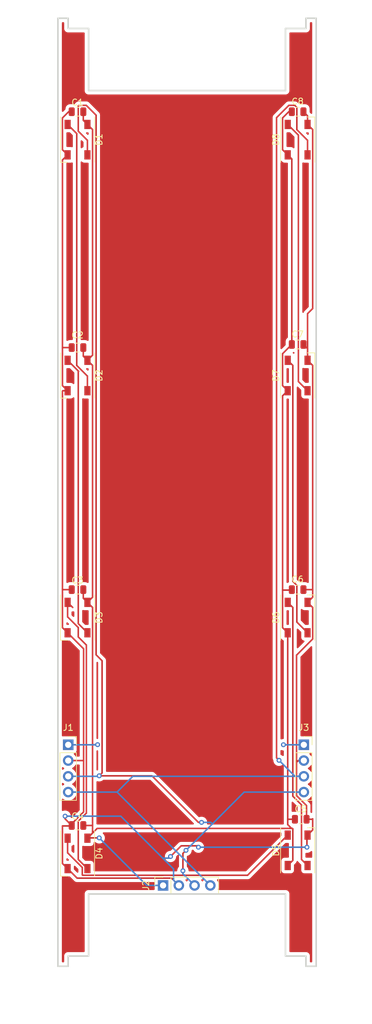
<source format=kicad_pcb>
(kicad_pcb (version 20171130) (host pcbnew "(5.1.6)-1")

  (general
    (thickness 1.6)
    (drawings 21)
    (tracks 220)
    (zones 0)
    (modules 19)
    (nets 12)
  )

  (page A4)
  (layers
    (0 F.Cu signal)
    (31 B.Cu signal)
    (32 B.Adhes user)
    (33 F.Adhes user)
    (34 B.Paste user)
    (35 F.Paste user)
    (36 B.SilkS user)
    (37 F.SilkS user)
    (38 B.Mask user)
    (39 F.Mask user)
    (40 Dwgs.User user)
    (41 Cmts.User user)
    (42 Eco1.User user)
    (43 Eco2.User user)
    (44 Edge.Cuts user)
    (45 Margin user)
    (46 B.CrtYd user)
    (47 F.CrtYd user)
    (48 B.Fab user)
    (49 F.Fab user)
  )

  (setup
    (last_trace_width 0.25)
    (trace_clearance 0.2)
    (zone_clearance 0.508)
    (zone_45_only no)
    (trace_min 0.2)
    (via_size 0.8)
    (via_drill 0.4)
    (via_min_size 0.4)
    (via_min_drill 0.3)
    (uvia_size 0.3)
    (uvia_drill 0.1)
    (uvias_allowed no)
    (uvia_min_size 0.2)
    (uvia_min_drill 0.1)
    (edge_width 0.05)
    (segment_width 0.2)
    (pcb_text_width 0.3)
    (pcb_text_size 1.5 1.5)
    (mod_edge_width 0.12)
    (mod_text_size 1 1)
    (mod_text_width 0.15)
    (pad_size 1.524 1.524)
    (pad_drill 0.762)
    (pad_to_mask_clearance 0.05)
    (aux_axis_origin 0 0)
    (visible_elements 7FFFFFFF)
    (pcbplotparams
      (layerselection 0x010fc_ffffffff)
      (usegerberextensions false)
      (usegerberattributes true)
      (usegerberadvancedattributes true)
      (creategerberjobfile true)
      (excludeedgelayer true)
      (linewidth 0.100000)
      (plotframeref false)
      (viasonmask false)
      (mode 1)
      (useauxorigin false)
      (hpglpennumber 1)
      (hpglpenspeed 20)
      (hpglpendiameter 15.000000)
      (psnegative false)
      (psa4output false)
      (plotreference true)
      (plotvalue true)
      (plotinvisibletext false)
      (padsonsilk false)
      (subtractmaskfromsilk false)
      (outputformat 1)
      (mirror false)
      (drillshape 0)
      (scaleselection 1)
      (outputdirectory "Gerbers/"))
  )

  (net 0 "")
  (net 1 GND)
  (net 2 VDD)
  (net 3 "Net-(D1-Pad4)")
  (net 4 /Din)
  (net 5 "Net-(D2-Pad4)")
  (net 6 "Net-(D3-Pad4)")
  (net 7 "Net-(D4-Pad4)")
  (net 8 "Net-(D5-Pad4)")
  (net 9 "Net-(D6-Pad4)")
  (net 10 "Net-(D7-Pad4)")
  (net 11 /Dout)

  (net_class Default "This is the default net class."
    (clearance 0.2)
    (trace_width 0.25)
    (via_dia 0.8)
    (via_drill 0.4)
    (uvia_dia 0.3)
    (uvia_drill 0.1)
    (add_net /Din)
    (add_net /Dout)
    (add_net GND)
    (add_net "Net-(D1-Pad4)")
    (add_net "Net-(D2-Pad4)")
    (add_net "Net-(D3-Pad4)")
    (add_net "Net-(D4-Pad4)")
    (add_net "Net-(D5-Pad4)")
    (add_net "Net-(D6-Pad4)")
    (add_net "Net-(D7-Pad4)")
    (add_net VDD)
  )

  (module Capacitor_SMD:C_0805_2012Metric (layer F.Cu) (tedit 5B36C52B) (tstamp 5F7E980C)
    (at 112.5 38 180)
    (descr "Capacitor SMD 0805 (2012 Metric), square (rectangular) end terminal, IPC_7351 nominal, (Body size source: https://docs.google.com/spreadsheets/d/1BsfQQcO9C6DZCsRaXUlFlo91Tg2WpOkGARC1WS5S8t0/edit?usp=sharing), generated with kicad-footprint-generator")
    (tags capacitor)
    (path /5F81BAEF)
    (attr smd)
    (fp_text reference C1 (at 0 1.5) (layer F.SilkS)
      (effects (font (size 1 1) (thickness 0.15)))
    )
    (fp_text value 100nF (at 0 1.65) (layer F.Fab)
      (effects (font (size 1 1) (thickness 0.15)))
    )
    (fp_line (start 1.68 0.95) (end -1.68 0.95) (layer F.CrtYd) (width 0.05))
    (fp_line (start 1.68 -0.95) (end 1.68 0.95) (layer F.CrtYd) (width 0.05))
    (fp_line (start -1.68 -0.95) (end 1.68 -0.95) (layer F.CrtYd) (width 0.05))
    (fp_line (start -1.68 0.95) (end -1.68 -0.95) (layer F.CrtYd) (width 0.05))
    (fp_line (start -0.258578 0.71) (end 0.258578 0.71) (layer F.SilkS) (width 0.12))
    (fp_line (start -0.258578 -0.71) (end 0.258578 -0.71) (layer F.SilkS) (width 0.12))
    (fp_line (start 1 0.6) (end -1 0.6) (layer F.Fab) (width 0.1))
    (fp_line (start 1 -0.6) (end 1 0.6) (layer F.Fab) (width 0.1))
    (fp_line (start -1 -0.6) (end 1 -0.6) (layer F.Fab) (width 0.1))
    (fp_line (start -1 0.6) (end -1 -0.6) (layer F.Fab) (width 0.1))
    (fp_text user %R (at 0 0) (layer F.Fab)
      (effects (font (size 0.5 0.5) (thickness 0.08)))
    )
    (pad 2 smd roundrect (at 0.9375 0 180) (size 0.975 1.4) (layers F.Cu F.Paste F.Mask) (roundrect_rratio 0.25)
      (net 1 GND))
    (pad 1 smd roundrect (at -0.9375 0 180) (size 0.975 1.4) (layers F.Cu F.Paste F.Mask) (roundrect_rratio 0.25)
      (net 2 VDD))
    (model ${KISYS3DMOD}/Capacitor_SMD.3dshapes/C_0805_2012Metric.wrl
      (at (xyz 0 0 0))
      (scale (xyz 1 1 1))
      (rotate (xyz 0 0 0))
    )
  )

  (module Capacitor_SMD:C_0805_2012Metric (layer F.Cu) (tedit 5B36C52B) (tstamp 5F7E84E5)
    (at 112.5 76 180)
    (descr "Capacitor SMD 0805 (2012 Metric), square (rectangular) end terminal, IPC_7351 nominal, (Body size source: https://docs.google.com/spreadsheets/d/1BsfQQcO9C6DZCsRaXUlFlo91Tg2WpOkGARC1WS5S8t0/edit?usp=sharing), generated with kicad-footprint-generator")
    (tags capacitor)
    (path /5F8233AA)
    (attr smd)
    (fp_text reference C2 (at 0 2) (layer F.SilkS)
      (effects (font (size 1 1) (thickness 0.15)))
    )
    (fp_text value 100nF (at 0 1.65) (layer F.Fab)
      (effects (font (size 1 1) (thickness 0.15)))
    )
    (fp_line (start -1 0.6) (end -1 -0.6) (layer F.Fab) (width 0.1))
    (fp_line (start -1 -0.6) (end 1 -0.6) (layer F.Fab) (width 0.1))
    (fp_line (start 1 -0.6) (end 1 0.6) (layer F.Fab) (width 0.1))
    (fp_line (start 1 0.6) (end -1 0.6) (layer F.Fab) (width 0.1))
    (fp_line (start -0.258578 -0.71) (end 0.258578 -0.71) (layer F.SilkS) (width 0.12))
    (fp_line (start -0.258578 0.71) (end 0.258578 0.71) (layer F.SilkS) (width 0.12))
    (fp_line (start -1.68 0.95) (end -1.68 -0.95) (layer F.CrtYd) (width 0.05))
    (fp_line (start -1.68 -0.95) (end 1.68 -0.95) (layer F.CrtYd) (width 0.05))
    (fp_line (start 1.68 -0.95) (end 1.68 0.95) (layer F.CrtYd) (width 0.05))
    (fp_line (start 1.68 0.95) (end -1.68 0.95) (layer F.CrtYd) (width 0.05))
    (fp_text user %R (at 0 0) (layer F.Fab)
      (effects (font (size 0.5 0.5) (thickness 0.08)))
    )
    (pad 1 smd roundrect (at -0.9375 0 180) (size 0.975 1.4) (layers F.Cu F.Paste F.Mask) (roundrect_rratio 0.25)
      (net 2 VDD))
    (pad 2 smd roundrect (at 0.9375 0 180) (size 0.975 1.4) (layers F.Cu F.Paste F.Mask) (roundrect_rratio 0.25)
      (net 1 GND))
    (model ${KISYS3DMOD}/Capacitor_SMD.3dshapes/C_0805_2012Metric.wrl
      (at (xyz 0 0 0))
      (scale (xyz 1 1 1))
      (rotate (xyz 0 0 0))
    )
  )

  (module Capacitor_SMD:C_0805_2012Metric (layer F.Cu) (tedit 5B36C52B) (tstamp 5F7E84F6)
    (at 112.5 115 180)
    (descr "Capacitor SMD 0805 (2012 Metric), square (rectangular) end terminal, IPC_7351 nominal, (Body size source: https://docs.google.com/spreadsheets/d/1BsfQQcO9C6DZCsRaXUlFlo91Tg2WpOkGARC1WS5S8t0/edit?usp=sharing), generated with kicad-footprint-generator")
    (tags capacitor)
    (path /5F826077)
    (attr smd)
    (fp_text reference C3 (at 0 1.5) (layer F.SilkS)
      (effects (font (size 1 1) (thickness 0.15)))
    )
    (fp_text value 100nF (at 0 1.65) (layer F.Fab)
      (effects (font (size 1 1) (thickness 0.15)))
    )
    (fp_line (start 1.68 0.95) (end -1.68 0.95) (layer F.CrtYd) (width 0.05))
    (fp_line (start 1.68 -0.95) (end 1.68 0.95) (layer F.CrtYd) (width 0.05))
    (fp_line (start -1.68 -0.95) (end 1.68 -0.95) (layer F.CrtYd) (width 0.05))
    (fp_line (start -1.68 0.95) (end -1.68 -0.95) (layer F.CrtYd) (width 0.05))
    (fp_line (start -0.258578 0.71) (end 0.258578 0.71) (layer F.SilkS) (width 0.12))
    (fp_line (start -0.258578 -0.71) (end 0.258578 -0.71) (layer F.SilkS) (width 0.12))
    (fp_line (start 1 0.6) (end -1 0.6) (layer F.Fab) (width 0.1))
    (fp_line (start 1 -0.6) (end 1 0.6) (layer F.Fab) (width 0.1))
    (fp_line (start -1 -0.6) (end 1 -0.6) (layer F.Fab) (width 0.1))
    (fp_line (start -1 0.6) (end -1 -0.6) (layer F.Fab) (width 0.1))
    (fp_text user %R (at 0 0) (layer F.Fab)
      (effects (font (size 0.5 0.5) (thickness 0.08)))
    )
    (pad 2 smd roundrect (at 0.9375 0 180) (size 0.975 1.4) (layers F.Cu F.Paste F.Mask) (roundrect_rratio 0.25)
      (net 1 GND))
    (pad 1 smd roundrect (at -0.9375 0 180) (size 0.975 1.4) (layers F.Cu F.Paste F.Mask) (roundrect_rratio 0.25)
      (net 2 VDD))
    (model ${KISYS3DMOD}/Capacitor_SMD.3dshapes/C_0805_2012Metric.wrl
      (at (xyz 0 0 0))
      (scale (xyz 1 1 1))
      (rotate (xyz 0 0 0))
    )
  )

  (module Capacitor_SMD:C_0805_2012Metric (layer F.Cu) (tedit 5B36C52B) (tstamp 5F7E8507)
    (at 112.5 153 180)
    (descr "Capacitor SMD 0805 (2012 Metric), square (rectangular) end terminal, IPC_7351 nominal, (Body size source: https://docs.google.com/spreadsheets/d/1BsfQQcO9C6DZCsRaXUlFlo91Tg2WpOkGARC1WS5S8t0/edit?usp=sharing), generated with kicad-footprint-generator")
    (tags capacitor)
    (path /5F827863)
    (attr smd)
    (fp_text reference C4 (at 0 1.5) (layer F.SilkS)
      (effects (font (size 1 1) (thickness 0.15)))
    )
    (fp_text value 100nF (at 0 1.65) (layer F.Fab)
      (effects (font (size 1 1) (thickness 0.15)))
    )
    (fp_line (start -1 0.6) (end -1 -0.6) (layer F.Fab) (width 0.1))
    (fp_line (start -1 -0.6) (end 1 -0.6) (layer F.Fab) (width 0.1))
    (fp_line (start 1 -0.6) (end 1 0.6) (layer F.Fab) (width 0.1))
    (fp_line (start 1 0.6) (end -1 0.6) (layer F.Fab) (width 0.1))
    (fp_line (start -0.258578 -0.71) (end 0.258578 -0.71) (layer F.SilkS) (width 0.12))
    (fp_line (start -0.258578 0.71) (end 0.258578 0.71) (layer F.SilkS) (width 0.12))
    (fp_line (start -1.68 0.95) (end -1.68 -0.95) (layer F.CrtYd) (width 0.05))
    (fp_line (start -1.68 -0.95) (end 1.68 -0.95) (layer F.CrtYd) (width 0.05))
    (fp_line (start 1.68 -0.95) (end 1.68 0.95) (layer F.CrtYd) (width 0.05))
    (fp_line (start 1.68 0.95) (end -1.68 0.95) (layer F.CrtYd) (width 0.05))
    (fp_text user %R (at 0 0) (layer F.Fab)
      (effects (font (size 0.5 0.5) (thickness 0.08)))
    )
    (pad 1 smd roundrect (at -0.9375 0 180) (size 0.975 1.4) (layers F.Cu F.Paste F.Mask) (roundrect_rratio 0.25)
      (net 2 VDD))
    (pad 2 smd roundrect (at 0.9375 0 180) (size 0.975 1.4) (layers F.Cu F.Paste F.Mask) (roundrect_rratio 0.25)
      (net 1 GND))
    (model ${KISYS3DMOD}/Capacitor_SMD.3dshapes/C_0805_2012Metric.wrl
      (at (xyz 0 0 0))
      (scale (xyz 1 1 1))
      (rotate (xyz 0 0 0))
    )
  )

  (module Capacitor_SMD:C_0805_2012Metric (layer F.Cu) (tedit 5B36C52B) (tstamp 5F7E9F8C)
    (at 148.5 152)
    (descr "Capacitor SMD 0805 (2012 Metric), square (rectangular) end terminal, IPC_7351 nominal, (Body size source: https://docs.google.com/spreadsheets/d/1BsfQQcO9C6DZCsRaXUlFlo91Tg2WpOkGARC1WS5S8t0/edit?usp=sharing), generated with kicad-footprint-generator")
    (tags capacitor)
    (path /5F82875A)
    (attr smd)
    (fp_text reference C5 (at 0 -1.65) (layer F.SilkS)
      (effects (font (size 1 1) (thickness 0.15)))
    )
    (fp_text value 100nF (at 0 1.65) (layer F.Fab)
      (effects (font (size 1 1) (thickness 0.15)))
    )
    (fp_line (start 1.68 0.95) (end -1.68 0.95) (layer F.CrtYd) (width 0.05))
    (fp_line (start 1.68 -0.95) (end 1.68 0.95) (layer F.CrtYd) (width 0.05))
    (fp_line (start -1.68 -0.95) (end 1.68 -0.95) (layer F.CrtYd) (width 0.05))
    (fp_line (start -1.68 0.95) (end -1.68 -0.95) (layer F.CrtYd) (width 0.05))
    (fp_line (start -0.258578 0.71) (end 0.258578 0.71) (layer F.SilkS) (width 0.12))
    (fp_line (start -0.258578 -0.71) (end 0.258578 -0.71) (layer F.SilkS) (width 0.12))
    (fp_line (start 1 0.6) (end -1 0.6) (layer F.Fab) (width 0.1))
    (fp_line (start 1 -0.6) (end 1 0.6) (layer F.Fab) (width 0.1))
    (fp_line (start -1 -0.6) (end 1 -0.6) (layer F.Fab) (width 0.1))
    (fp_line (start -1 0.6) (end -1 -0.6) (layer F.Fab) (width 0.1))
    (fp_text user %R (at 0 0) (layer F.Fab)
      (effects (font (size 0.5 0.5) (thickness 0.08)))
    )
    (pad 2 smd roundrect (at 0.9375 0) (size 0.975 1.4) (layers F.Cu F.Paste F.Mask) (roundrect_rratio 0.25)
      (net 1 GND))
    (pad 1 smd roundrect (at -0.9375 0) (size 0.975 1.4) (layers F.Cu F.Paste F.Mask) (roundrect_rratio 0.25)
      (net 2 VDD))
    (model ${KISYS3DMOD}/Capacitor_SMD.3dshapes/C_0805_2012Metric.wrl
      (at (xyz 0 0 0))
      (scale (xyz 1 1 1))
      (rotate (xyz 0 0 0))
    )
  )

  (module Capacitor_SMD:C_0805_2012Metric (layer F.Cu) (tedit 5B36C52B) (tstamp 5F7E8529)
    (at 148 115)
    (descr "Capacitor SMD 0805 (2012 Metric), square (rectangular) end terminal, IPC_7351 nominal, (Body size source: https://docs.google.com/spreadsheets/d/1BsfQQcO9C6DZCsRaXUlFlo91Tg2WpOkGARC1WS5S8t0/edit?usp=sharing), generated with kicad-footprint-generator")
    (tags capacitor)
    (path /5F82A2EE)
    (attr smd)
    (fp_text reference C6 (at 0 -1.65) (layer F.SilkS)
      (effects (font (size 1 1) (thickness 0.15)))
    )
    (fp_text value 100nF (at 0 1.65) (layer F.Fab)
      (effects (font (size 1 1) (thickness 0.15)))
    )
    (fp_line (start -1 0.6) (end -1 -0.6) (layer F.Fab) (width 0.1))
    (fp_line (start -1 -0.6) (end 1 -0.6) (layer F.Fab) (width 0.1))
    (fp_line (start 1 -0.6) (end 1 0.6) (layer F.Fab) (width 0.1))
    (fp_line (start 1 0.6) (end -1 0.6) (layer F.Fab) (width 0.1))
    (fp_line (start -0.258578 -0.71) (end 0.258578 -0.71) (layer F.SilkS) (width 0.12))
    (fp_line (start -0.258578 0.71) (end 0.258578 0.71) (layer F.SilkS) (width 0.12))
    (fp_line (start -1.68 0.95) (end -1.68 -0.95) (layer F.CrtYd) (width 0.05))
    (fp_line (start -1.68 -0.95) (end 1.68 -0.95) (layer F.CrtYd) (width 0.05))
    (fp_line (start 1.68 -0.95) (end 1.68 0.95) (layer F.CrtYd) (width 0.05))
    (fp_line (start 1.68 0.95) (end -1.68 0.95) (layer F.CrtYd) (width 0.05))
    (fp_text user %R (at 0 0) (layer F.Fab)
      (effects (font (size 0.5 0.5) (thickness 0.08)))
    )
    (pad 1 smd roundrect (at -0.9375 0) (size 0.975 1.4) (layers F.Cu F.Paste F.Mask) (roundrect_rratio 0.25)
      (net 2 VDD))
    (pad 2 smd roundrect (at 0.9375 0) (size 0.975 1.4) (layers F.Cu F.Paste F.Mask) (roundrect_rratio 0.25)
      (net 1 GND))
    (model ${KISYS3DMOD}/Capacitor_SMD.3dshapes/C_0805_2012Metric.wrl
      (at (xyz 0 0 0))
      (scale (xyz 1 1 1))
      (rotate (xyz 0 0 0))
    )
  )

  (module Capacitor_SMD:C_0805_2012Metric (layer F.Cu) (tedit 5B36C52B) (tstamp 5F7EA12F)
    (at 148 75.5)
    (descr "Capacitor SMD 0805 (2012 Metric), square (rectangular) end terminal, IPC_7351 nominal, (Body size source: https://docs.google.com/spreadsheets/d/1BsfQQcO9C6DZCsRaXUlFlo91Tg2WpOkGARC1WS5S8t0/edit?usp=sharing), generated with kicad-footprint-generator")
    (tags capacitor)
    (path /5F82BBD0)
    (attr smd)
    (fp_text reference C7 (at 0 -1.65) (layer F.SilkS)
      (effects (font (size 1 1) (thickness 0.15)))
    )
    (fp_text value 100nF (at 0 1.65) (layer F.Fab)
      (effects (font (size 1 1) (thickness 0.15)))
    )
    (fp_line (start 1.68 0.95) (end -1.68 0.95) (layer F.CrtYd) (width 0.05))
    (fp_line (start 1.68 -0.95) (end 1.68 0.95) (layer F.CrtYd) (width 0.05))
    (fp_line (start -1.68 -0.95) (end 1.68 -0.95) (layer F.CrtYd) (width 0.05))
    (fp_line (start -1.68 0.95) (end -1.68 -0.95) (layer F.CrtYd) (width 0.05))
    (fp_line (start -0.258578 0.71) (end 0.258578 0.71) (layer F.SilkS) (width 0.12))
    (fp_line (start -0.258578 -0.71) (end 0.258578 -0.71) (layer F.SilkS) (width 0.12))
    (fp_line (start 1 0.6) (end -1 0.6) (layer F.Fab) (width 0.1))
    (fp_line (start 1 -0.6) (end 1 0.6) (layer F.Fab) (width 0.1))
    (fp_line (start -1 -0.6) (end 1 -0.6) (layer F.Fab) (width 0.1))
    (fp_line (start -1 0.6) (end -1 -0.6) (layer F.Fab) (width 0.1))
    (fp_text user %R (at 0 0) (layer F.Fab)
      (effects (font (size 0.5 0.5) (thickness 0.08)))
    )
    (pad 2 smd roundrect (at 0.9375 0) (size 0.975 1.4) (layers F.Cu F.Paste F.Mask) (roundrect_rratio 0.25)
      (net 1 GND))
    (pad 1 smd roundrect (at -0.9375 0) (size 0.975 1.4) (layers F.Cu F.Paste F.Mask) (roundrect_rratio 0.25)
      (net 2 VDD))
    (model ${KISYS3DMOD}/Capacitor_SMD.3dshapes/C_0805_2012Metric.wrl
      (at (xyz 0 0 0))
      (scale (xyz 1 1 1))
      (rotate (xyz 0 0 0))
    )
  )

  (module Capacitor_SMD:C_0805_2012Metric (layer F.Cu) (tedit 5B36C52B) (tstamp 5F7EA1A2)
    (at 148 38)
    (descr "Capacitor SMD 0805 (2012 Metric), square (rectangular) end terminal, IPC_7351 nominal, (Body size source: https://docs.google.com/spreadsheets/d/1BsfQQcO9C6DZCsRaXUlFlo91Tg2WpOkGARC1WS5S8t0/edit?usp=sharing), generated with kicad-footprint-generator")
    (tags capacitor)
    (path /5F82F863)
    (attr smd)
    (fp_text reference C8 (at 0 -1.65) (layer F.SilkS)
      (effects (font (size 1 1) (thickness 0.15)))
    )
    (fp_text value 100nF (at 0 1.65) (layer F.Fab)
      (effects (font (size 1 1) (thickness 0.15)))
    )
    (fp_line (start -1 0.6) (end -1 -0.6) (layer F.Fab) (width 0.1))
    (fp_line (start -1 -0.6) (end 1 -0.6) (layer F.Fab) (width 0.1))
    (fp_line (start 1 -0.6) (end 1 0.6) (layer F.Fab) (width 0.1))
    (fp_line (start 1 0.6) (end -1 0.6) (layer F.Fab) (width 0.1))
    (fp_line (start -0.258578 -0.71) (end 0.258578 -0.71) (layer F.SilkS) (width 0.12))
    (fp_line (start -0.258578 0.71) (end 0.258578 0.71) (layer F.SilkS) (width 0.12))
    (fp_line (start -1.68 0.95) (end -1.68 -0.95) (layer F.CrtYd) (width 0.05))
    (fp_line (start -1.68 -0.95) (end 1.68 -0.95) (layer F.CrtYd) (width 0.05))
    (fp_line (start 1.68 -0.95) (end 1.68 0.95) (layer F.CrtYd) (width 0.05))
    (fp_line (start 1.68 0.95) (end -1.68 0.95) (layer F.CrtYd) (width 0.05))
    (fp_text user %R (at 0 0) (layer F.Fab)
      (effects (font (size 0.5 0.5) (thickness 0.08)))
    )
    (pad 1 smd roundrect (at -0.9375 0) (size 0.975 1.4) (layers F.Cu F.Paste F.Mask) (roundrect_rratio 0.25)
      (net 2 VDD))
    (pad 2 smd roundrect (at 0.9375 0) (size 0.975 1.4) (layers F.Cu F.Paste F.Mask) (roundrect_rratio 0.25)
      (net 1 GND))
    (model ${KISYS3DMOD}/Capacitor_SMD.3dshapes/C_0805_2012Metric.wrl
      (at (xyz 0 0 0))
      (scale (xyz 1 1 1))
      (rotate (xyz 0 0 0))
    )
  )

  (module LED_SMD:LED_SK6812_PLCC4_5.0x5.0mm_P3.2mm (layer F.Cu) (tedit 5AA4B263) (tstamp 5F7E8561)
    (at 112.5 42.5 270)
    (descr https://cdn-shop.adafruit.com/product-files/1138/SK6812+LED+datasheet+.pdf)
    (tags "LED RGB NeoPixel")
    (path /5F7E05C4)
    (attr smd)
    (fp_text reference D1 (at 0 -3.5 90) (layer F.SilkS)
      (effects (font (size 1 1) (thickness 0.15)))
    )
    (fp_text value SK6812 (at 0 4 90) (layer F.Fab)
      (effects (font (size 1 1) (thickness 0.15)))
    )
    (fp_circle (center 0 0) (end 0 -2) (layer F.Fab) (width 0.1))
    (fp_line (start 3.65 2.75) (end 3.65 1.6) (layer F.SilkS) (width 0.12))
    (fp_line (start -3.65 2.75) (end 3.65 2.75) (layer F.SilkS) (width 0.12))
    (fp_line (start -3.65 -2.75) (end 3.65 -2.75) (layer F.SilkS) (width 0.12))
    (fp_line (start 2.5 -2.5) (end -2.5 -2.5) (layer F.Fab) (width 0.1))
    (fp_line (start 2.5 2.5) (end 2.5 -2.5) (layer F.Fab) (width 0.1))
    (fp_line (start -2.5 2.5) (end 2.5 2.5) (layer F.Fab) (width 0.1))
    (fp_line (start -2.5 -2.5) (end -2.5 2.5) (layer F.Fab) (width 0.1))
    (fp_line (start 2.5 1.5) (end 1.5 2.5) (layer F.Fab) (width 0.1))
    (fp_line (start -3.45 -2.75) (end -3.45 2.75) (layer F.CrtYd) (width 0.05))
    (fp_line (start -3.45 2.75) (end 3.45 2.75) (layer F.CrtYd) (width 0.05))
    (fp_line (start 3.45 2.75) (end 3.45 -2.75) (layer F.CrtYd) (width 0.05))
    (fp_line (start 3.45 -2.75) (end -3.45 -2.75) (layer F.CrtYd) (width 0.05))
    (fp_text user %R (at 0 0 90) (layer F.Fab)
      (effects (font (size 0.8 0.8) (thickness 0.15)))
    )
    (pad 3 smd rect (at -2.45 -1.6 270) (size 1.5 1) (layers F.Cu F.Paste F.Mask)
      (net 2 VDD))
    (pad 4 smd rect (at -2.45 1.6 270) (size 1.5 1) (layers F.Cu F.Paste F.Mask)
      (net 3 "Net-(D1-Pad4)"))
    (pad 2 smd rect (at 2.45 -1.6 270) (size 1.5 1) (layers F.Cu F.Paste F.Mask)
      (net 4 /Din))
    (pad 1 smd rect (at 2.45 1.6 270) (size 1.5 1) (layers F.Cu F.Paste F.Mask)
      (net 1 GND))
    (model ${KISYS3DMOD}/LED_SMD.3dshapes/LED_SK6812_PLCC4_5.0x5.0mm_P3.2mm.wrl
      (at (xyz 0 0 0))
      (scale (xyz 1 1 1))
      (rotate (xyz 0 0 0))
    )
  )

  (module LED_SMD:LED_SK6812_PLCC4_5.0x5.0mm_P3.2mm (layer F.Cu) (tedit 5AA4B263) (tstamp 5F7E9053)
    (at 112.5 80.5 270)
    (descr https://cdn-shop.adafruit.com/product-files/1138/SK6812+LED+datasheet+.pdf)
    (tags "LED RGB NeoPixel")
    (path /5F7E349D)
    (attr smd)
    (fp_text reference D2 (at 0 -3.5 90) (layer F.SilkS)
      (effects (font (size 1 1) (thickness 0.15)))
    )
    (fp_text value SK6812 (at 0 4 90) (layer F.Fab)
      (effects (font (size 1 1) (thickness 0.15)))
    )
    (fp_line (start 3.45 -2.75) (end -3.45 -2.75) (layer F.CrtYd) (width 0.05))
    (fp_line (start 3.45 2.75) (end 3.45 -2.75) (layer F.CrtYd) (width 0.05))
    (fp_line (start -3.45 2.75) (end 3.45 2.75) (layer F.CrtYd) (width 0.05))
    (fp_line (start -3.45 -2.75) (end -3.45 2.75) (layer F.CrtYd) (width 0.05))
    (fp_line (start 2.5 1.5) (end 1.5 2.5) (layer F.Fab) (width 0.1))
    (fp_line (start -2.5 -2.5) (end -2.5 2.5) (layer F.Fab) (width 0.1))
    (fp_line (start -2.5 2.5) (end 2.5 2.5) (layer F.Fab) (width 0.1))
    (fp_line (start 2.5 2.5) (end 2.5 -2.5) (layer F.Fab) (width 0.1))
    (fp_line (start 2.5 -2.5) (end -2.5 -2.5) (layer F.Fab) (width 0.1))
    (fp_line (start -3.65 -2.75) (end 3.65 -2.75) (layer F.SilkS) (width 0.12))
    (fp_line (start -3.65 2.75) (end 3.65 2.75) (layer F.SilkS) (width 0.12))
    (fp_line (start 3.65 2.75) (end 3.65 1.6) (layer F.SilkS) (width 0.12))
    (fp_circle (center 0 0) (end 0 -2) (layer F.Fab) (width 0.1))
    (fp_text user %R (at 0 0 90) (layer F.Fab)
      (effects (font (size 0.8 0.8) (thickness 0.15)))
    )
    (pad 1 smd rect (at 2.45 1.6 270) (size 1.5 1) (layers F.Cu F.Paste F.Mask)
      (net 1 GND))
    (pad 2 smd rect (at 2.45 -1.6 270) (size 1.5 1) (layers F.Cu F.Paste F.Mask)
      (net 3 "Net-(D1-Pad4)"))
    (pad 4 smd rect (at -2.45 1.6 270) (size 1.5 1) (layers F.Cu F.Paste F.Mask)
      (net 5 "Net-(D2-Pad4)"))
    (pad 3 smd rect (at -2.45 -1.6 270) (size 1.5 1) (layers F.Cu F.Paste F.Mask)
      (net 2 VDD))
    (model ${KISYS3DMOD}/LED_SMD.3dshapes/LED_SK6812_PLCC4_5.0x5.0mm_P3.2mm.wrl
      (at (xyz 0 0 0))
      (scale (xyz 1 1 1))
      (rotate (xyz 0 0 0))
    )
  )

  (module LED_SMD:LED_SK6812_PLCC4_5.0x5.0mm_P3.2mm (layer F.Cu) (tedit 5AA4B263) (tstamp 5F7E91A9)
    (at 112.5 119.5 270)
    (descr https://cdn-shop.adafruit.com/product-files/1138/SK6812+LED+datasheet+.pdf)
    (tags "LED RGB NeoPixel")
    (path /5F7F9881)
    (attr smd)
    (fp_text reference D3 (at 0 -3.5 90) (layer F.SilkS)
      (effects (font (size 1 1) (thickness 0.15)))
    )
    (fp_text value SK6812 (at 0 4 90) (layer F.Fab)
      (effects (font (size 1 1) (thickness 0.15)))
    )
    (fp_circle (center 0 0) (end 0 -2) (layer F.Fab) (width 0.1))
    (fp_line (start 3.65 2.75) (end 3.65 1.6) (layer F.SilkS) (width 0.12))
    (fp_line (start -3.65 2.75) (end 3.65 2.75) (layer F.SilkS) (width 0.12))
    (fp_line (start -3.65 -2.75) (end 3.65 -2.75) (layer F.SilkS) (width 0.12))
    (fp_line (start 2.5 -2.5) (end -2.5 -2.5) (layer F.Fab) (width 0.1))
    (fp_line (start 2.5 2.5) (end 2.5 -2.5) (layer F.Fab) (width 0.1))
    (fp_line (start -2.5 2.5) (end 2.5 2.5) (layer F.Fab) (width 0.1))
    (fp_line (start -2.5 -2.5) (end -2.5 2.5) (layer F.Fab) (width 0.1))
    (fp_line (start 2.5 1.5) (end 1.5 2.5) (layer F.Fab) (width 0.1))
    (fp_line (start -3.45 -2.75) (end -3.45 2.75) (layer F.CrtYd) (width 0.05))
    (fp_line (start -3.45 2.75) (end 3.45 2.75) (layer F.CrtYd) (width 0.05))
    (fp_line (start 3.45 2.75) (end 3.45 -2.75) (layer F.CrtYd) (width 0.05))
    (fp_line (start 3.45 -2.75) (end -3.45 -2.75) (layer F.CrtYd) (width 0.05))
    (fp_text user %R (at 0 0 90) (layer F.Fab)
      (effects (font (size 0.8 0.8) (thickness 0.15)))
    )
    (pad 3 smd rect (at -2.45 -1.6 270) (size 1.5 1) (layers F.Cu F.Paste F.Mask)
      (net 2 VDD))
    (pad 4 smd rect (at -2.45 1.6 270) (size 1.5 1) (layers F.Cu F.Paste F.Mask)
      (net 6 "Net-(D3-Pad4)"))
    (pad 2 smd rect (at 2.45 -1.6 270) (size 1.5 1) (layers F.Cu F.Paste F.Mask)
      (net 5 "Net-(D2-Pad4)"))
    (pad 1 smd rect (at 2.45 1.6 270) (size 1.5 1) (layers F.Cu F.Paste F.Mask)
      (net 1 GND))
    (model ${KISYS3DMOD}/LED_SMD.3dshapes/LED_SK6812_PLCC4_5.0x5.0mm_P3.2mm.wrl
      (at (xyz 0 0 0))
      (scale (xyz 1 1 1))
      (rotate (xyz 0 0 0))
    )
  )

  (module LED_SMD:LED_SK6812_PLCC4_5.0x5.0mm_P3.2mm (layer F.Cu) (tedit 5AA4B263) (tstamp 5F7E9114)
    (at 112.5 157.5 270)
    (descr https://cdn-shop.adafruit.com/product-files/1138/SK6812+LED+datasheet+.pdf)
    (tags "LED RGB NeoPixel")
    (path /5F7F9887)
    (attr smd)
    (fp_text reference D4 (at 0 -3.5 90) (layer F.SilkS)
      (effects (font (size 1 1) (thickness 0.15)))
    )
    (fp_text value SK6812 (at 0 4 90) (layer F.Fab)
      (effects (font (size 1 1) (thickness 0.15)))
    )
    (fp_line (start 3.45 -2.75) (end -3.45 -2.75) (layer F.CrtYd) (width 0.05))
    (fp_line (start 3.45 2.75) (end 3.45 -2.75) (layer F.CrtYd) (width 0.05))
    (fp_line (start -3.45 2.75) (end 3.45 2.75) (layer F.CrtYd) (width 0.05))
    (fp_line (start -3.45 -2.75) (end -3.45 2.75) (layer F.CrtYd) (width 0.05))
    (fp_line (start 2.5 1.5) (end 1.5 2.5) (layer F.Fab) (width 0.1))
    (fp_line (start -2.5 -2.5) (end -2.5 2.5) (layer F.Fab) (width 0.1))
    (fp_line (start -2.5 2.5) (end 2.5 2.5) (layer F.Fab) (width 0.1))
    (fp_line (start 2.5 2.5) (end 2.5 -2.5) (layer F.Fab) (width 0.1))
    (fp_line (start 2.5 -2.5) (end -2.5 -2.5) (layer F.Fab) (width 0.1))
    (fp_line (start -3.65 -2.75) (end 3.65 -2.75) (layer F.SilkS) (width 0.12))
    (fp_line (start -3.65 2.75) (end 3.65 2.75) (layer F.SilkS) (width 0.12))
    (fp_line (start 3.65 2.75) (end 3.65 1.6) (layer F.SilkS) (width 0.12))
    (fp_circle (center 0 0) (end 0 -2) (layer F.Fab) (width 0.1))
    (fp_text user %R (at 0 0 90) (layer F.Fab)
      (effects (font (size 0.8 0.8) (thickness 0.15)))
    )
    (pad 1 smd rect (at 2.45 1.6 270) (size 1.5 1) (layers F.Cu F.Paste F.Mask)
      (net 1 GND))
    (pad 2 smd rect (at 2.45 -1.6 270) (size 1.5 1) (layers F.Cu F.Paste F.Mask)
      (net 6 "Net-(D3-Pad4)"))
    (pad 4 smd rect (at -2.45 1.6 270) (size 1.5 1) (layers F.Cu F.Paste F.Mask)
      (net 7 "Net-(D4-Pad4)"))
    (pad 3 smd rect (at -2.45 -1.6 270) (size 1.5 1) (layers F.Cu F.Paste F.Mask)
      (net 2 VDD))
    (model ${KISYS3DMOD}/LED_SMD.3dshapes/LED_SK6812_PLCC4_5.0x5.0mm_P3.2mm.wrl
      (at (xyz 0 0 0))
      (scale (xyz 1 1 1))
      (rotate (xyz 0 0 0))
    )
  )

  (module LED_SMD:LED_SK6812_PLCC4_5.0x5.0mm_P3.2mm (layer F.Cu) (tedit 5AA4B263) (tstamp 5F7E85B9)
    (at 148 157 90)
    (descr https://cdn-shop.adafruit.com/product-files/1138/SK6812+LED+datasheet+.pdf)
    (tags "LED RGB NeoPixel")
    (path /5F81A192)
    (attr smd)
    (fp_text reference D5 (at 0 -3.5 90) (layer F.SilkS)
      (effects (font (size 1 1) (thickness 0.15)))
    )
    (fp_text value SK6812 (at 0 4 90) (layer F.Fab)
      (effects (font (size 1 1) (thickness 0.15)))
    )
    (fp_circle (center 0 0) (end 0 -2) (layer F.Fab) (width 0.1))
    (fp_line (start 3.65 2.75) (end 3.65 1.6) (layer F.SilkS) (width 0.12))
    (fp_line (start -3.65 2.75) (end 3.65 2.75) (layer F.SilkS) (width 0.12))
    (fp_line (start -3.65 -2.75) (end 3.65 -2.75) (layer F.SilkS) (width 0.12))
    (fp_line (start 2.5 -2.5) (end -2.5 -2.5) (layer F.Fab) (width 0.1))
    (fp_line (start 2.5 2.5) (end 2.5 -2.5) (layer F.Fab) (width 0.1))
    (fp_line (start -2.5 2.5) (end 2.5 2.5) (layer F.Fab) (width 0.1))
    (fp_line (start -2.5 -2.5) (end -2.5 2.5) (layer F.Fab) (width 0.1))
    (fp_line (start 2.5 1.5) (end 1.5 2.5) (layer F.Fab) (width 0.1))
    (fp_line (start -3.45 -2.75) (end -3.45 2.75) (layer F.CrtYd) (width 0.05))
    (fp_line (start -3.45 2.75) (end 3.45 2.75) (layer F.CrtYd) (width 0.05))
    (fp_line (start 3.45 2.75) (end 3.45 -2.75) (layer F.CrtYd) (width 0.05))
    (fp_line (start 3.45 -2.75) (end -3.45 -2.75) (layer F.CrtYd) (width 0.05))
    (fp_text user %R (at 0 0 90) (layer F.Fab)
      (effects (font (size 0.8 0.8) (thickness 0.15)))
    )
    (pad 3 smd rect (at -2.45 -1.6 90) (size 1.5 1) (layers F.Cu F.Paste F.Mask)
      (net 2 VDD))
    (pad 4 smd rect (at -2.45 1.6 90) (size 1.5 1) (layers F.Cu F.Paste F.Mask)
      (net 8 "Net-(D5-Pad4)"))
    (pad 2 smd rect (at 2.45 -1.6 90) (size 1.5 1) (layers F.Cu F.Paste F.Mask)
      (net 7 "Net-(D4-Pad4)"))
    (pad 1 smd rect (at 2.45 1.6 90) (size 1.5 1) (layers F.Cu F.Paste F.Mask)
      (net 1 GND))
    (model ${KISYS3DMOD}/LED_SMD.3dshapes/LED_SK6812_PLCC4_5.0x5.0mm_P3.2mm.wrl
      (at (xyz 0 0 0))
      (scale (xyz 1 1 1))
      (rotate (xyz 0 0 0))
    )
  )

  (module LED_SMD:LED_SK6812_PLCC4_5.0x5.0mm_P3.2mm (layer F.Cu) (tedit 5AA4B263) (tstamp 5F7E9C39)
    (at 148 119.5 90)
    (descr https://cdn-shop.adafruit.com/product-files/1138/SK6812+LED+datasheet+.pdf)
    (tags "LED RGB NeoPixel")
    (path /5F81A198)
    (attr smd)
    (fp_text reference D6 (at 0 -3.5 90) (layer F.SilkS)
      (effects (font (size 1 1) (thickness 0.15)))
    )
    (fp_text value SK6812 (at 0 4 90) (layer F.Fab)
      (effects (font (size 1 1) (thickness 0.15)))
    )
    (fp_line (start 3.45 -2.75) (end -3.45 -2.75) (layer F.CrtYd) (width 0.05))
    (fp_line (start 3.45 2.75) (end 3.45 -2.75) (layer F.CrtYd) (width 0.05))
    (fp_line (start -3.45 2.75) (end 3.45 2.75) (layer F.CrtYd) (width 0.05))
    (fp_line (start -3.45 -2.75) (end -3.45 2.75) (layer F.CrtYd) (width 0.05))
    (fp_line (start 2.5 1.5) (end 1.5 2.5) (layer F.Fab) (width 0.1))
    (fp_line (start -2.5 -2.5) (end -2.5 2.5) (layer F.Fab) (width 0.1))
    (fp_line (start -2.5 2.5) (end 2.5 2.5) (layer F.Fab) (width 0.1))
    (fp_line (start 2.5 2.5) (end 2.5 -2.5) (layer F.Fab) (width 0.1))
    (fp_line (start 2.5 -2.5) (end -2.5 -2.5) (layer F.Fab) (width 0.1))
    (fp_line (start -3.65 -2.75) (end 3.65 -2.75) (layer F.SilkS) (width 0.12))
    (fp_line (start -3.65 2.75) (end 3.65 2.75) (layer F.SilkS) (width 0.12))
    (fp_line (start 3.65 2.75) (end 3.65 1.6) (layer F.SilkS) (width 0.12))
    (fp_circle (center 0 0) (end 0 -2) (layer F.Fab) (width 0.1))
    (fp_text user %R (at 0 0 90) (layer F.Fab)
      (effects (font (size 0.8 0.8) (thickness 0.15)))
    )
    (pad 1 smd rect (at 2.45 1.6 90) (size 1.5 1) (layers F.Cu F.Paste F.Mask)
      (net 1 GND))
    (pad 2 smd rect (at 2.45 -1.6 90) (size 1.5 1) (layers F.Cu F.Paste F.Mask)
      (net 8 "Net-(D5-Pad4)"))
    (pad 4 smd rect (at -2.45 1.6 90) (size 1.5 1) (layers F.Cu F.Paste F.Mask)
      (net 9 "Net-(D6-Pad4)"))
    (pad 3 smd rect (at -2.45 -1.6 90) (size 1.5 1) (layers F.Cu F.Paste F.Mask)
      (net 2 VDD))
    (model ${KISYS3DMOD}/LED_SMD.3dshapes/LED_SK6812_PLCC4_5.0x5.0mm_P3.2mm.wrl
      (at (xyz 0 0 0))
      (scale (xyz 1 1 1))
      (rotate (xyz 0 0 0))
    )
  )

  (module LED_SMD:LED_SK6812_PLCC4_5.0x5.0mm_P3.2mm (layer F.Cu) (tedit 5AA4B263) (tstamp 5F7E9D77)
    (at 148 80.5 90)
    (descr https://cdn-shop.adafruit.com/product-files/1138/SK6812+LED+datasheet+.pdf)
    (tags "LED RGB NeoPixel")
    (path /5F81A1BB)
    (attr smd)
    (fp_text reference D7 (at 0 -3.5 90) (layer F.SilkS)
      (effects (font (size 1 1) (thickness 0.15)))
    )
    (fp_text value SK6812 (at 0 4 90) (layer F.Fab)
      (effects (font (size 1 1) (thickness 0.15)))
    )
    (fp_circle (center 0 0) (end 0 -2) (layer F.Fab) (width 0.1))
    (fp_line (start 3.65 2.75) (end 3.65 1.6) (layer F.SilkS) (width 0.12))
    (fp_line (start -3.65 2.75) (end 3.65 2.75) (layer F.SilkS) (width 0.12))
    (fp_line (start -3.65 -2.75) (end 3.65 -2.75) (layer F.SilkS) (width 0.12))
    (fp_line (start 2.5 -2.5) (end -2.5 -2.5) (layer F.Fab) (width 0.1))
    (fp_line (start 2.5 2.5) (end 2.5 -2.5) (layer F.Fab) (width 0.1))
    (fp_line (start -2.5 2.5) (end 2.5 2.5) (layer F.Fab) (width 0.1))
    (fp_line (start -2.5 -2.5) (end -2.5 2.5) (layer F.Fab) (width 0.1))
    (fp_line (start 2.5 1.5) (end 1.5 2.5) (layer F.Fab) (width 0.1))
    (fp_line (start -3.45 -2.75) (end -3.45 2.75) (layer F.CrtYd) (width 0.05))
    (fp_line (start -3.45 2.75) (end 3.45 2.75) (layer F.CrtYd) (width 0.05))
    (fp_line (start 3.45 2.75) (end 3.45 -2.75) (layer F.CrtYd) (width 0.05))
    (fp_line (start 3.45 -2.75) (end -3.45 -2.75) (layer F.CrtYd) (width 0.05))
    (fp_text user %R (at 0 0 90) (layer F.Fab)
      (effects (font (size 0.8 0.8) (thickness 0.15)))
    )
    (pad 3 smd rect (at -2.45 -1.6 90) (size 1.5 1) (layers F.Cu F.Paste F.Mask)
      (net 2 VDD))
    (pad 4 smd rect (at -2.45 1.6 90) (size 1.5 1) (layers F.Cu F.Paste F.Mask)
      (net 10 "Net-(D7-Pad4)"))
    (pad 2 smd rect (at 2.45 -1.6 90) (size 1.5 1) (layers F.Cu F.Paste F.Mask)
      (net 9 "Net-(D6-Pad4)"))
    (pad 1 smd rect (at 2.45 1.6 90) (size 1.5 1) (layers F.Cu F.Paste F.Mask)
      (net 1 GND))
    (model ${KISYS3DMOD}/LED_SMD.3dshapes/LED_SK6812_PLCC4_5.0x5.0mm_P3.2mm.wrl
      (at (xyz 0 0 0))
      (scale (xyz 1 1 1))
      (rotate (xyz 0 0 0))
    )
  )

  (module LED_SMD:LED_SK6812_PLCC4_5.0x5.0mm_P3.2mm (layer F.Cu) (tedit 5AA4B263) (tstamp 5F7E93BC)
    (at 148 42.5 90)
    (descr https://cdn-shop.adafruit.com/product-files/1138/SK6812+LED+datasheet+.pdf)
    (tags "LED RGB NeoPixel")
    (path /5F81A1C1)
    (attr smd)
    (fp_text reference D8 (at 0 -3.5 90) (layer F.SilkS)
      (effects (font (size 1 1) (thickness 0.15)))
    )
    (fp_text value SK6812 (at 0 4 90) (layer F.Fab)
      (effects (font (size 1 1) (thickness 0.15)))
    )
    (fp_line (start 3.45 -2.75) (end -3.45 -2.75) (layer F.CrtYd) (width 0.05))
    (fp_line (start 3.45 2.75) (end 3.45 -2.75) (layer F.CrtYd) (width 0.05))
    (fp_line (start -3.45 2.75) (end 3.45 2.75) (layer F.CrtYd) (width 0.05))
    (fp_line (start -3.45 -2.75) (end -3.45 2.75) (layer F.CrtYd) (width 0.05))
    (fp_line (start 2.5 1.5) (end 1.5 2.5) (layer F.Fab) (width 0.1))
    (fp_line (start -2.5 -2.5) (end -2.5 2.5) (layer F.Fab) (width 0.1))
    (fp_line (start -2.5 2.5) (end 2.5 2.5) (layer F.Fab) (width 0.1))
    (fp_line (start 2.5 2.5) (end 2.5 -2.5) (layer F.Fab) (width 0.1))
    (fp_line (start 2.5 -2.5) (end -2.5 -2.5) (layer F.Fab) (width 0.1))
    (fp_line (start -3.65 -2.75) (end 3.65 -2.75) (layer F.SilkS) (width 0.12))
    (fp_line (start -3.65 2.75) (end 3.65 2.75) (layer F.SilkS) (width 0.12))
    (fp_line (start 3.65 2.75) (end 3.65 1.6) (layer F.SilkS) (width 0.12))
    (fp_circle (center 0 0) (end 0 -2) (layer F.Fab) (width 0.1))
    (fp_text user %R (at 0 0 90) (layer F.Fab)
      (effects (font (size 0.8 0.8) (thickness 0.15)))
    )
    (pad 1 smd rect (at 2.45 1.6 90) (size 1.5 1) (layers F.Cu F.Paste F.Mask)
      (net 1 GND))
    (pad 2 smd rect (at 2.45 -1.6 90) (size 1.5 1) (layers F.Cu F.Paste F.Mask)
      (net 10 "Net-(D7-Pad4)"))
    (pad 4 smd rect (at -2.45 1.6 90) (size 1.5 1) (layers F.Cu F.Paste F.Mask)
      (net 11 /Dout))
    (pad 3 smd rect (at -2.45 -1.6 90) (size 1.5 1) (layers F.Cu F.Paste F.Mask)
      (net 2 VDD))
    (model ${KISYS3DMOD}/LED_SMD.3dshapes/LED_SK6812_PLCC4_5.0x5.0mm_P3.2mm.wrl
      (at (xyz 0 0 0))
      (scale (xyz 1 1 1))
      (rotate (xyz 0 0 0))
    )
  )

  (module Connector_PinSocket_2.54mm:PinSocket_1x04_P2.54mm_Vertical (layer F.Cu) (tedit 5A19A429) (tstamp 5F7EA75C)
    (at 111 140)
    (descr "Through hole straight socket strip, 1x04, 2.54mm pitch, single row (from Kicad 4.0.7), script generated")
    (tags "Through hole socket strip THT 1x04 2.54mm single row")
    (path /5F833132)
    (fp_text reference J1 (at 0 -2.77) (layer F.SilkS)
      (effects (font (size 1 1) (thickness 0.15)))
    )
    (fp_text value "Left In connector" (at 0 10.39) (layer F.Fab)
      (effects (font (size 1 1) (thickness 0.15)))
    )
    (fp_line (start -1.27 -1.27) (end 0.635 -1.27) (layer F.Fab) (width 0.1))
    (fp_line (start 0.635 -1.27) (end 1.27 -0.635) (layer F.Fab) (width 0.1))
    (fp_line (start 1.27 -0.635) (end 1.27 8.89) (layer F.Fab) (width 0.1))
    (fp_line (start 1.27 8.89) (end -1.27 8.89) (layer F.Fab) (width 0.1))
    (fp_line (start -1.27 8.89) (end -1.27 -1.27) (layer F.Fab) (width 0.1))
    (fp_line (start -1.33 1.27) (end 1.33 1.27) (layer F.SilkS) (width 0.12))
    (fp_line (start -1.33 1.27) (end -1.33 8.95) (layer F.SilkS) (width 0.12))
    (fp_line (start -1.33 8.95) (end 1.33 8.95) (layer F.SilkS) (width 0.12))
    (fp_line (start 1.33 1.27) (end 1.33 8.95) (layer F.SilkS) (width 0.12))
    (fp_line (start 1.33 -1.33) (end 1.33 0) (layer F.SilkS) (width 0.12))
    (fp_line (start 0 -1.33) (end 1.33 -1.33) (layer F.SilkS) (width 0.12))
    (fp_line (start -1.8 -1.8) (end 1.75 -1.8) (layer F.CrtYd) (width 0.05))
    (fp_line (start 1.75 -1.8) (end 1.75 9.4) (layer F.CrtYd) (width 0.05))
    (fp_line (start 1.75 9.4) (end -1.8 9.4) (layer F.CrtYd) (width 0.05))
    (fp_line (start -1.8 9.4) (end -1.8 -1.8) (layer F.CrtYd) (width 0.05))
    (fp_text user %R (at 0 3.81 90) (layer F.Fab)
      (effects (font (size 1 1) (thickness 0.15)))
    )
    (pad 1 thru_hole rect (at 0 0) (size 1.7 1.7) (drill 1) (layers *.Cu *.Mask)
      (net 2 VDD))
    (pad 2 thru_hole oval (at 0 2.54) (size 1.7 1.7) (drill 1) (layers *.Cu *.Mask)
      (net 1 GND))
    (pad 3 thru_hole oval (at 0 5.08) (size 1.7 1.7) (drill 1) (layers *.Cu *.Mask)
      (net 4 /Din))
    (pad 4 thru_hole oval (at 0 7.62) (size 1.7 1.7) (drill 1) (layers *.Cu *.Mask)
      (net 11 /Dout))
    (model ${KISYS3DMOD}/Connector_PinSocket_2.54mm.3dshapes/PinSocket_1x04_P2.54mm_Vertical.wrl
      (at (xyz 0 0 0))
      (scale (xyz 1 1 1))
      (rotate (xyz 0 0 0))
    )
  )

  (module Connector_PinSocket_2.54mm:PinSocket_1x04_P2.54mm_Vertical (layer F.Cu) (tedit 5A19A429) (tstamp 5F7EAABC)
    (at 126.3 162.66 90)
    (descr "Through hole straight socket strip, 1x04, 2.54mm pitch, single row (from Kicad 4.0.7), script generated")
    (tags "Through hole socket strip THT 1x04 2.54mm single row")
    (path /5F850409)
    (fp_text reference J2 (at 0 -2.77 90) (layer F.SilkS)
      (effects (font (size 1 1) (thickness 0.15)))
    )
    (fp_text value "Bottom Connector" (at 0 10.39 90) (layer F.Fab)
      (effects (font (size 1 1) (thickness 0.15)))
    )
    (fp_line (start -1.27 -1.27) (end 0.635 -1.27) (layer F.Fab) (width 0.1))
    (fp_line (start 0.635 -1.27) (end 1.27 -0.635) (layer F.Fab) (width 0.1))
    (fp_line (start 1.27 -0.635) (end 1.27 8.89) (layer F.Fab) (width 0.1))
    (fp_line (start 1.27 8.89) (end -1.27 8.89) (layer F.Fab) (width 0.1))
    (fp_line (start -1.27 8.89) (end -1.27 -1.27) (layer F.Fab) (width 0.1))
    (fp_line (start -1.33 1.27) (end 1.33 1.27) (layer F.SilkS) (width 0.12))
    (fp_line (start -1.33 1.27) (end -1.33 8.95) (layer F.SilkS) (width 0.12))
    (fp_line (start -1.33 8.95) (end 1.33 8.95) (layer F.SilkS) (width 0.12))
    (fp_line (start 1.33 1.27) (end 1.33 8.95) (layer F.SilkS) (width 0.12))
    (fp_line (start 1.33 -1.33) (end 1.33 0) (layer F.SilkS) (width 0.12))
    (fp_line (start 0 -1.33) (end 1.33 -1.33) (layer F.SilkS) (width 0.12))
    (fp_line (start -1.8 -1.8) (end 1.75 -1.8) (layer F.CrtYd) (width 0.05))
    (fp_line (start 1.75 -1.8) (end 1.75 9.4) (layer F.CrtYd) (width 0.05))
    (fp_line (start 1.75 9.4) (end -1.8 9.4) (layer F.CrtYd) (width 0.05))
    (fp_line (start -1.8 9.4) (end -1.8 -1.8) (layer F.CrtYd) (width 0.05))
    (fp_text user %R (at 0 3.81) (layer F.Fab)
      (effects (font (size 1 1) (thickness 0.15)))
    )
    (pad 1 thru_hole rect (at 0 0 90) (size 1.7 1.7) (drill 1) (layers *.Cu *.Mask)
      (net 2 VDD))
    (pad 2 thru_hole oval (at 0 2.54 90) (size 1.7 1.7) (drill 1) (layers *.Cu *.Mask)
      (net 1 GND))
    (pad 3 thru_hole oval (at 0 5.08 90) (size 1.7 1.7) (drill 1) (layers *.Cu *.Mask)
      (net 4 /Din))
    (pad 4 thru_hole oval (at 0 7.62 90) (size 1.7 1.7) (drill 1) (layers *.Cu *.Mask)
      (net 11 /Dout))
    (model ${KISYS3DMOD}/Connector_PinSocket_2.54mm.3dshapes/PinSocket_1x04_P2.54mm_Vertical.wrl
      (at (xyz 0 0 0))
      (scale (xyz 1 1 1))
      (rotate (xyz 0 0 0))
    )
  )

  (module Connector_PinSocket_2.54mm:PinSocket_1x04_P2.54mm_Vertical (layer F.Cu) (tedit 5A19A429) (tstamp 5F7EA834)
    (at 149 140)
    (descr "Through hole straight socket strip, 1x04, 2.54mm pitch, single row (from Kicad 4.0.7), script generated")
    (tags "Through hole socket strip THT 1x04 2.54mm single row")
    (path /5F8363EA)
    (fp_text reference J3 (at 0 -2.77) (layer F.SilkS)
      (effects (font (size 1 1) (thickness 0.15)))
    )
    (fp_text value "Right Out Connector" (at 0 10.39) (layer F.Fab)
      (effects (font (size 1 1) (thickness 0.15)))
    )
    (fp_line (start -1.8 9.4) (end -1.8 -1.8) (layer F.CrtYd) (width 0.05))
    (fp_line (start 1.75 9.4) (end -1.8 9.4) (layer F.CrtYd) (width 0.05))
    (fp_line (start 1.75 -1.8) (end 1.75 9.4) (layer F.CrtYd) (width 0.05))
    (fp_line (start -1.8 -1.8) (end 1.75 -1.8) (layer F.CrtYd) (width 0.05))
    (fp_line (start 0 -1.33) (end 1.33 -1.33) (layer F.SilkS) (width 0.12))
    (fp_line (start 1.33 -1.33) (end 1.33 0) (layer F.SilkS) (width 0.12))
    (fp_line (start 1.33 1.27) (end 1.33 8.95) (layer F.SilkS) (width 0.12))
    (fp_line (start -1.33 8.95) (end 1.33 8.95) (layer F.SilkS) (width 0.12))
    (fp_line (start -1.33 1.27) (end -1.33 8.95) (layer F.SilkS) (width 0.12))
    (fp_line (start -1.33 1.27) (end 1.33 1.27) (layer F.SilkS) (width 0.12))
    (fp_line (start -1.27 8.89) (end -1.27 -1.27) (layer F.Fab) (width 0.1))
    (fp_line (start 1.27 8.89) (end -1.27 8.89) (layer F.Fab) (width 0.1))
    (fp_line (start 1.27 -0.635) (end 1.27 8.89) (layer F.Fab) (width 0.1))
    (fp_line (start 0.635 -1.27) (end 1.27 -0.635) (layer F.Fab) (width 0.1))
    (fp_line (start -1.27 -1.27) (end 0.635 -1.27) (layer F.Fab) (width 0.1))
    (fp_text user %R (at 0 -1 90) (layer F.Fab)
      (effects (font (size 1 1) (thickness 0.15)))
    )
    (pad 4 thru_hole oval (at 0 7.62) (size 1.7 1.7) (drill 1) (layers *.Cu *.Mask)
      (net 4 /Din))
    (pad 3 thru_hole oval (at 0 5.08) (size 1.7 1.7) (drill 1) (layers *.Cu *.Mask)
      (net 11 /Dout))
    (pad 2 thru_hole oval (at 0 2.54) (size 1.7 1.7) (drill 1) (layers *.Cu *.Mask)
      (net 1 GND))
    (pad 1 thru_hole rect (at 0 0) (size 1.7 1.7) (drill 1) (layers *.Cu *.Mask)
      (net 2 VDD))
    (model ${KISYS3DMOD}/Connector_PinSocket_2.54mm.3dshapes/PinSocket_1x04_P2.54mm_Vertical.wrl
      (at (xyz 0 0 0))
      (scale (xyz 1 1 1))
      (rotate (xyz 0 0 0))
    )
  )

  (gr_poly (pts (xy 143.773438 160.6875) (xy 115.773438 160.6875) (xy 116.4 34.7) (xy 144.4 34.7)) (layer F.Mask) (width 0.1))
  (gr_line (start 146.04 164.039999) (end 146.04 174.04) (layer Edge.Cuts) (width 0.254))
  (gr_line (start 149.34 174.04) (end 149.34 175.69) (layer Edge.Cuts) (width 0.254))
  (gr_line (start 146.04 164.039999) (end 114.29 164.039999) (layer Edge.Cuts) (width 0.254))
  (gr_line (start 149.34 174.04) (end 146.04 174.04) (layer Edge.Cuts) (width 0.254))
  (gr_line (start 110.99 24.59) (end 110.99 22.94) (layer Edge.Cuts) (width 0.254))
  (gr_line (start 109.34 22.94) (end 109.34 175.69) (layer Edge.Cuts) (width 0.254))
  (gr_line (start 114.29 174.04) (end 110.99 174.04) (layer Edge.Cuts) (width 0.254))
  (gr_line (start 149.34 24.59) (end 146.04 24.59) (layer Edge.Cuts) (width 0.254))
  (gr_line (start 150.99 175.69) (end 150.99 22.94) (layer Edge.Cuts) (width 0.254) (tstamp 5F7E8EAF))
  (gr_line (start 150.99 22.94) (end 149.34 22.94) (layer Edge.Cuts) (width 0.254))
  (gr_line (start 149.34 24.59) (end 149.34 22.94) (layer Edge.Cuts) (width 0.254))
  (gr_line (start 146.04 34.590001) (end 146.04 24.59) (layer Edge.Cuts) (width 0.254))
  (gr_line (start 146.04 34.590001) (end 114.29 34.590001) (layer Edge.Cuts) (width 0.254))
  (gr_line (start 109.34 175.69) (end 110.99 175.69) (layer Edge.Cuts) (width 0.254))
  (gr_line (start 114.29 34.590001) (end 114.29 24.59) (layer Edge.Cuts) (width 0.254))
  (gr_line (start 114.29 24.59) (end 110.99 24.59) (layer Edge.Cuts) (width 0.254))
  (gr_line (start 110.99 22.94) (end 109.34 22.94) (layer Edge.Cuts) (width 0.254))
  (gr_line (start 110.99 174.04) (end 110.99 175.69) (layer Edge.Cuts) (width 0.254))
  (gr_line (start 114.29 164.039999) (end 114.29 174.04) (layer Edge.Cuts) (width 0.254))
  (gr_line (start 149.34 175.69) (end 150.99 175.69) (layer Edge.Cuts) (width 0.254))

  (segment (start 110.074999 82.124999) (end 110.9 82.95) (width 0.25) (layer F.Cu) (net 1))
  (segment (start 110.9 44.95) (end 110.074999 45.775001) (width 0.25) (layer F.Cu) (net 1))
  (segment (start 110.074999 121.124999) (end 110.9 121.95) (width 0.25) (layer F.Cu) (net 1))
  (segment (start 110.15 82.95) (end 110.074999 83.025001) (width 0.25) (layer F.Cu) (net 1))
  (segment (start 110.9 82.95) (end 110.15 82.95) (width 0.25) (layer F.Cu) (net 1))
  (segment (start 110.9 159.95) (end 110.074999 159.124999) (width 0.25) (layer F.Cu) (net 1))
  (segment (start 110.149998 76) (end 110.074999 76.074999) (width 0.25) (layer F.Cu) (net 1))
  (segment (start 111.5625 76) (end 110.149998 76) (width 0.25) (layer F.Cu) (net 1))
  (segment (start 110.074999 45.775001) (end 110.074999 76.074999) (width 0.25) (layer F.Cu) (net 1))
  (segment (start 110.074999 76.074999) (end 110.074999 82.124999) (width 0.25) (layer F.Cu) (net 1))
  (segment (start 110.074999 44.124999) (end 110.9 44.95) (width 0.25) (layer F.Cu) (net 1))
  (segment (start 111.075 38) (end 110.074999 39.000001) (width 0.25) (layer F.Cu) (net 1))
  (segment (start 110.074999 39.000001) (end 110.074999 44.124999) (width 0.25) (layer F.Cu) (net 1))
  (segment (start 111.5625 38) (end 111.075 38) (width 0.25) (layer F.Cu) (net 1))
  (segment (start 110.149998 115) (end 110.074999 114.925001) (width 0.25) (layer F.Cu) (net 1))
  (segment (start 111.5625 115) (end 110.149998 115) (width 0.25) (layer F.Cu) (net 1))
  (segment (start 110.074999 83.025001) (end 110.074999 114.925001) (width 0.25) (layer F.Cu) (net 1))
  (segment (start 110.074999 114.925001) (end 110.074999 121.124999) (width 0.25) (layer F.Cu) (net 1))
  (segment (start 150.425001 69.714238) (end 150.425001 40.875001) (width 0.25) (layer F.Cu) (net 1))
  (segment (start 150.425001 40.875001) (end 149.6 40.05) (width 0.25) (layer F.Cu) (net 1))
  (segment (start 149.6 70.539239) (end 150.425001 69.714238) (width 0.25) (layer F.Cu) (net 1))
  (segment (start 149.6 78.05) (end 149.6 70.539239) (width 0.25) (layer F.Cu) (net 1))
  (segment (start 150.425001 116.224999) (end 149.6 117.05) (width 0.25) (layer F.Cu) (net 1))
  (segment (start 149.6 78.05) (end 150.425001 78.875001) (width 0.25) (layer F.Cu) (net 1))
  (segment (start 149.6 154.55) (end 150.425001 153.724999) (width 0.25) (layer F.Cu) (net 1))
  (segment (start 111.487501 153.074999) (end 111.5625 153) (width 0.25) (layer F.Cu) (net 1))
  (segment (start 110.074999 153.074999) (end 111.487501 153.074999) (width 0.25) (layer F.Cu) (net 1))
  (segment (start 110.074999 159.124999) (end 110.074999 153.074999) (width 0.25) (layer F.Cu) (net 1))
  (segment (start 149.6 38.6625) (end 148.9375 38) (width 0.25) (layer F.Cu) (net 1))
  (segment (start 149.6 40.05) (end 149.6 38.6625) (width 0.25) (layer F.Cu) (net 1))
  (segment (start 149.6 76.1625) (end 148.9375 75.5) (width 0.25) (layer F.Cu) (net 1))
  (segment (start 149.6 78.05) (end 149.6 76.1625) (width 0.25) (layer F.Cu) (net 1))
  (segment (start 150.425001 78.875001) (end 150.425001 115.074999) (width 0.25) (layer F.Cu) (net 1))
  (segment (start 150.350002 115) (end 150.425001 115.074999) (width 0.25) (layer F.Cu) (net 1))
  (segment (start 148.9375 115) (end 150.350002 115) (width 0.25) (layer F.Cu) (net 1))
  (segment (start 150.425001 115.074999) (end 150.425001 116.224999) (width 0.25) (layer F.Cu) (net 1))
  (segment (start 149.4375 152) (end 150.350002 152) (width 0.25) (layer F.Cu) (net 1))
  (segment (start 150.425001 153.724999) (end 150.425001 151.925001) (width 0.25) (layer F.Cu) (net 1))
  (segment (start 150.350002 152) (end 150.425001 151.925001) (width 0.25) (layer F.Cu) (net 1))
  (segment (start 150.425001 117.875001) (end 149.6 117.05) (width 0.25) (layer F.Cu) (net 1))
  (segment (start 150.425001 122.960001) (end 150.425001 117.875001) (width 0.25) (layer F.Cu) (net 1))
  (segment (start 147.824999 125.560003) (end 150.425001 122.960001) (width 0.25) (layer F.Cu) (net 1))
  (segment (start 149.4375 149.796502) (end 147.824999 148.184001) (width 0.25) (layer F.Cu) (net 1))
  (segment (start 149.4375 152) (end 149.4375 149.796502) (width 0.25) (layer F.Cu) (net 1))
  (segment (start 148.109998 142.54) (end 147.824999 142.824999) (width 0.25) (layer F.Cu) (net 1))
  (segment (start 147.824999 148.184001) (end 147.824999 142.824999) (width 0.25) (layer F.Cu) (net 1))
  (segment (start 149 142.54) (end 148.109998 142.54) (width 0.25) (layer F.Cu) (net 1))
  (segment (start 147.824999 142.824999) (end 147.824999 125.560003) (width 0.25) (layer F.Cu) (net 1))
  (segment (start 111.5625 153) (end 111.5625 152.4375) (width 0.25) (layer F.Cu) (net 1))
  (segment (start 111.5625 153) (end 111.5625 152.73424) (width 0.25) (layer F.Cu) (net 1))
  (segment (start 111.5625 152.73424) (end 113.48314 150.8136) (width 0.25) (layer F.Cu) (net 1))
  (segment (start 113.48314 124.53314) (end 110.9 121.95) (width 0.25) (layer F.Cu) (net 1))
  (segment (start 113.44628 142.54) (end 113.48314 142.57686) (width 0.25) (layer F.Cu) (net 1))
  (segment (start 111 142.54) (end 113.44628 142.54) (width 0.25) (layer F.Cu) (net 1))
  (segment (start 113.48314 150.8136) (end 113.48314 142.57686) (width 0.25) (layer F.Cu) (net 1))
  (segment (start 113.48314 142.57686) (end 113.48314 124.53314) (width 0.25) (layer F.Cu) (net 1))
  (segment (start 112.434999 161.484999) (end 110.9 159.95) (width 0.25) (layer F.Cu) (net 1))
  (segment (start 127.664999 161.484999) (end 112.434999 161.484999) (width 0.25) (layer F.Cu) (net 1))
  (segment (start 128.84 162.66) (end 127.664999 161.484999) (width 0.25) (layer F.Cu) (net 1))
  (segment (start 127.990001 161.810001) (end 127.990001 160.009999) (width 0.25) (layer B.Cu) (net 1))
  (segment (start 128.84 162.66) (end 127.990001 161.810001) (width 0.25) (layer B.Cu) (net 1))
  (via (at 110.5 151.5) (size 0.8) (drill 0.4) (layers F.Cu B.Cu) (net 1))
  (segment (start 119.480002 151.5) (end 110.5 151.5) (width 0.25) (layer B.Cu) (net 1))
  (segment (start 110.5 151.9375) (end 111.5625 153) (width 0.25) (layer F.Cu) (net 1))
  (segment (start 110.5 151.5) (end 110.5 151.9375) (width 0.25) (layer F.Cu) (net 1))
  (segment (start 127.240001 158.259999) (end 127.5 158) (width 0.25) (layer B.Cu) (net 1))
  (segment (start 126.240001 158.259999) (end 127.240001 158.259999) (width 0.25) (layer B.Cu) (net 1))
  (via (at 127.5 158) (size 0.8) (drill 0.4) (layers F.Cu B.Cu) (net 1))
  (segment (start 126.240001 158.259999) (end 119.480002 151.5) (width 0.25) (layer B.Cu) (net 1))
  (segment (start 127.990001 160.009999) (end 126.240001 158.259999) (width 0.25) (layer B.Cu) (net 1))
  (via (at 132 156.5) (size 0.8) (drill 0.4) (layers F.Cu B.Cu) (net 1))
  (segment (start 131.774999 156.274999) (end 132 156.5) (width 0.25) (layer F.Cu) (net 1))
  (segment (start 127.5 158) (end 129.225001 156.274999) (width 0.25) (layer F.Cu) (net 1))
  (segment (start 129.225001 156.274999) (end 131.774999 156.274999) (width 0.25) (layer F.Cu) (net 1))
  (via (at 149.5 156.5) (size 0.8) (drill 0.4) (layers F.Cu B.Cu) (net 1))
  (segment (start 132 156.5) (end 149.5 156.5) (width 0.25) (layer B.Cu) (net 1))
  (segment (start 149.5 154.65) (end 149.6 154.55) (width 0.25) (layer F.Cu) (net 1))
  (segment (start 149.5 156.5) (end 149.5 154.65) (width 0.25) (layer F.Cu) (net 1))
  (segment (start 114.925001 40.875001) (end 114.1 40.05) (width 0.25) (layer F.Cu) (net 2))
  (segment (start 114.925001 77.224999) (end 114.925001 40.875001) (width 0.25) (layer F.Cu) (net 2))
  (segment (start 114.1 78.05) (end 114.925001 77.224999) (width 0.25) (layer F.Cu) (net 2))
  (segment (start 114.925001 117.875001) (end 114.1 117.05) (width 0.25) (layer F.Cu) (net 2))
  (segment (start 114.1 155.05) (end 114.925001 154.224999) (width 0.25) (layer F.Cu) (net 2))
  (segment (start 114.925001 116.224999) (end 114.1 117.05) (width 0.25) (layer F.Cu) (net 2))
  (segment (start 114.925001 78.875001) (end 114.925001 116.224999) (width 0.25) (layer F.Cu) (net 2))
  (segment (start 114.1 78.05) (end 114.925001 78.875001) (width 0.25) (layer F.Cu) (net 2))
  (segment (start 113.4375 77.3875) (end 114.1 78.05) (width 0.25) (layer F.Cu) (net 2))
  (segment (start 113.4375 76) (end 113.4375 77.3875) (width 0.25) (layer F.Cu) (net 2))
  (segment (start 113.4375 39.3875) (end 114.1 40.05) (width 0.25) (layer F.Cu) (net 2))
  (segment (start 113.4375 38) (end 113.4375 39.3875) (width 0.25) (layer F.Cu) (net 2))
  (segment (start 113.4375 116.3875) (end 114.1 117.05) (width 0.25) (layer F.Cu) (net 2))
  (segment (start 113.4375 115) (end 113.4375 116.3875) (width 0.25) (layer F.Cu) (net 2))
  (segment (start 115.675001 153.474999) (end 114.1 155.05) (width 0.25) (layer F.Cu) (net 2))
  (segment (start 147.225001 153.539999) (end 147.160001 153.474999) (width 0.25) (layer F.Cu) (net 2))
  (segment (start 147.225001 158.624999) (end 147.225001 153.539999) (width 0.25) (layer F.Cu) (net 2))
  (segment (start 146.4 159.45) (end 147.225001 158.624999) (width 0.25) (layer F.Cu) (net 2))
  (segment (start 146.4 152.849998) (end 147.025001 153.474999) (width 0.25) (layer F.Cu) (net 2))
  (segment (start 147.160001 153.474999) (end 147.025001 153.474999) (width 0.25) (layer F.Cu) (net 2))
  (segment (start 147.025001 153.474999) (end 115.675001 153.474999) (width 0.25) (layer F.Cu) (net 2))
  (segment (start 145.574999 83.775001) (end 146.4 82.95) (width 0.25) (layer F.Cu) (net 2))
  (segment (start 146.4 121.95) (end 145.574999 121.124999) (width 0.25) (layer F.Cu) (net 2))
  (segment (start 114.850002 153) (end 114.925001 152.925001) (width 0.25) (layer F.Cu) (net 2))
  (segment (start 113.4375 153) (end 114.850002 153) (width 0.25) (layer F.Cu) (net 2))
  (segment (start 114.925001 154.224999) (end 114.925001 152.925001) (width 0.25) (layer F.Cu) (net 2))
  (segment (start 145.574999 39.000001) (end 145.574999 44.124999) (width 0.25) (layer F.Cu) (net 2))
  (segment (start 145.574999 44.124999) (end 146.4 44.95) (width 0.25) (layer F.Cu) (net 2))
  (segment (start 146.575 38) (end 145.574999 39.000001) (width 0.25) (layer F.Cu) (net 2))
  (segment (start 147.0625 38) (end 146.575 38) (width 0.25) (layer F.Cu) (net 2))
  (segment (start 146.4 82.95) (end 145.574999 82.124999) (width 0.25) (layer F.Cu) (net 2))
  (segment (start 145.574999 76.987501) (end 147.0625 75.5) (width 0.25) (layer F.Cu) (net 2))
  (segment (start 145.574999 82.124999) (end 145.574999 76.987501) (width 0.25) (layer F.Cu) (net 2))
  (segment (start 145.574999 115.074999) (end 146.987501 115.074999) (width 0.25) (layer F.Cu) (net 2))
  (segment (start 146.987501 115.074999) (end 147.0625 115) (width 0.25) (layer F.Cu) (net 2))
  (segment (start 145.574999 115.074999) (end 145.574999 83.775001) (width 0.25) (layer F.Cu) (net 2))
  (segment (start 145.574999 121.124999) (end 145.574999 115.074999) (width 0.25) (layer F.Cu) (net 2))
  (segment (start 146.5 152) (end 146.4 152.1) (width 0.25) (layer F.Cu) (net 2))
  (segment (start 147.5625 152) (end 146.5 152) (width 0.25) (layer F.Cu) (net 2))
  (segment (start 146.4 152.1) (end 146.4 152.849998) (width 0.25) (layer F.Cu) (net 2))
  (segment (start 147.0625 45.6125) (end 146.4 44.95) (width 0.25) (layer F.Cu) (net 2))
  (segment (start 147.0625 75.5) (end 147.0625 45.6125) (width 0.25) (layer F.Cu) (net 2))
  (via (at 115.74 139.98) (size 0.8) (drill 0.4) (layers F.Cu B.Cu) (net 2))
  (segment (start 111 140) (end 115.72 140) (width 0.25) (layer B.Cu) (net 2))
  (segment (start 115.72 140) (end 115.74 139.98) (width 0.25) (layer B.Cu) (net 2))
  (segment (start 114.99 139.98) (end 114.925001 139.915001) (width 0.25) (layer F.Cu) (net 2))
  (segment (start 114.925001 152.925001) (end 114.925001 139.915001) (width 0.25) (layer F.Cu) (net 2))
  (segment (start 115.74 139.98) (end 114.99 139.98) (width 0.25) (layer F.Cu) (net 2))
  (segment (start 114.925001 139.915001) (end 114.925001 117.875001) (width 0.25) (layer F.Cu) (net 2))
  (via (at 145.71 139.99) (size 0.8) (drill 0.4) (layers F.Cu B.Cu) (net 2))
  (segment (start 149 140) (end 145.72 140) (width 0.25) (layer B.Cu) (net 2))
  (segment (start 145.72 140) (end 145.71 139.99) (width 0.25) (layer B.Cu) (net 2))
  (segment (start 146.35 139.99) (end 146.4 140.04) (width 0.25) (layer F.Cu) (net 2))
  (segment (start 145.71 139.99) (end 146.35 139.99) (width 0.25) (layer F.Cu) (net 2))
  (segment (start 146.4 121.95) (end 146.4 140.04) (width 0.25) (layer F.Cu) (net 2))
  (segment (start 146.4 140.04) (end 146.4 152.1) (width 0.25) (layer F.Cu) (net 2))
  (via (at 116 155) (size 0.8) (drill 0.4) (layers F.Cu B.Cu) (net 2))
  (segment (start 126.3 162.66) (end 123.66 162.66) (width 0.25) (layer B.Cu) (net 2))
  (segment (start 123.66 162.66) (end 116 155) (width 0.25) (layer B.Cu) (net 2))
  (segment (start 114.15 155) (end 114.1 155.05) (width 0.25) (layer F.Cu) (net 2))
  (segment (start 116 155) (end 114.15 155) (width 0.25) (layer F.Cu) (net 2))
  (segment (start 112.37501 41.52501) (end 111.675 40.825) (width 0.25) (layer F.Cu) (net 3))
  (segment (start 112.37501 78.87501) (end 112.37501 41.52501) (width 0.25) (layer F.Cu) (net 3))
  (segment (start 114.1 80.6) (end 112.37501 78.87501) (width 0.25) (layer F.Cu) (net 3))
  (segment (start 114.1 82.95) (end 114.1 80.6) (width 0.25) (layer F.Cu) (net 3))
  (segment (start 111.725001 40.875001) (end 111.675 40.825) (width 0.25) (layer F.Cu) (net 3))
  (segment (start 111.675 40.825) (end 110.9 40.05) (width 0.25) (layer F.Cu) (net 3))
  (via (at 129.5 160.300001) (size 0.8) (drill 0.4) (layers F.Cu B.Cu) (net 4))
  (segment (start 131.38 162.66) (end 129.5 160.78) (width 0.25) (layer B.Cu) (net 4))
  (segment (start 129.5 160.78) (end 129.5 160.300001) (width 0.25) (layer B.Cu) (net 4))
  (segment (start 129.5 160.300001) (end 129.5 157.5) (width 0.25) (layer F.Cu) (net 4))
  (via (at 130 157) (size 0.8) (drill 0.4) (layers F.Cu B.Cu) (net 4))
  (segment (start 129.5 157.5) (end 130 157) (width 0.25) (layer F.Cu) (net 4))
  (segment (start 139.38 147.62) (end 149 147.62) (width 0.25) (layer B.Cu) (net 4))
  (via (at 116 145) (size 0.8) (drill 0.4) (layers F.Cu B.Cu) (net 4))
  (segment (start 111 145.08) (end 115.92 145.08) (width 0.25) (layer B.Cu) (net 4))
  (segment (start 115.92 145.08) (end 116 145) (width 0.25) (layer B.Cu) (net 4))
  (segment (start 116.465001 144.534999) (end 116.465001 126.465001) (width 0.25) (layer F.Cu) (net 4))
  (segment (start 116 145) (end 116.465001 144.534999) (width 0.25) (layer F.Cu) (net 4))
  (segment (start 116.465001 126.465001) (end 115.5 125.5) (width 0.25) (layer F.Cu) (net 4))
  (segment (start 114.1 42.61359) (end 114.1 44.95) (width 0.25) (layer F.Cu) (net 4))
  (segment (start 112.62499 41.13858) (end 114.1 42.61359) (width 0.25) (layer F.Cu) (net 4))
  (segment (start 112.70818 36.97499) (end 112.62499 37.05818) (width 0.25) (layer F.Cu) (net 4))
  (segment (start 112.62499 37.05818) (end 112.62499 41.13858) (width 0.25) (layer F.Cu) (net 4))
  (segment (start 113.91684 36.97499) (end 112.70818 36.97499) (width 0.25) (layer F.Cu) (net 4))
  (segment (start 115.5 38.55815) (end 113.91684 36.97499) (width 0.25) (layer F.Cu) (net 4))
  (segment (start 115.5 125.5) (end 115.5 38.55815) (width 0.25) (layer F.Cu) (net 4))
  (segment (start 116 145) (end 124.5 145) (width 0.25) (layer F.Cu) (net 4))
  (via (at 132.5 152.5) (size 0.8) (drill 0.4) (layers F.Cu B.Cu) (net 4))
  (segment (start 124.5 145) (end 132 152.5) (width 0.25) (layer F.Cu) (net 4))
  (segment (start 132 152.5) (end 132.5 152.5) (width 0.25) (layer F.Cu) (net 4))
  (segment (start 134 152.5) (end 134.25 152.75) (width 0.25) (layer B.Cu) (net 4))
  (segment (start 132.5 152.5) (end 134 152.5) (width 0.25) (layer B.Cu) (net 4))
  (segment (start 130 157) (end 134.25 152.75) (width 0.25) (layer B.Cu) (net 4))
  (segment (start 134.25 152.75) (end 139.38 147.62) (width 0.25) (layer B.Cu) (net 4))
  (segment (start 112.62499 79.87501) (end 112.675 79.825) (width 0.25) (layer F.Cu) (net 5))
  (segment (start 112.62499 120.47499) (end 112.62499 79.87501) (width 0.25) (layer F.Cu) (net 5))
  (segment (start 114.1 121.95) (end 112.62499 120.47499) (width 0.25) (layer F.Cu) (net 5))
  (segment (start 112.675 79.825) (end 110.9 78.05) (width 0.25) (layer F.Cu) (net 5))
  (segment (start 110.9 117.05) (end 111.725001 117.875001) (width 0.25) (layer F.Cu) (net 6))
  (segment (start 112.62499 158.47499) (end 114.1 159.95) (width 0.25) (layer F.Cu) (net 6))
  (segment (start 112.62499 152.30816) (end 112.62499 158.47499) (width 0.25) (layer F.Cu) (net 6))
  (segment (start 113.93315 151) (end 112.62499 152.30816) (width 0.25) (layer F.Cu) (net 6))
  (segment (start 110.9 119.38641) (end 112.62499 121.1114) (width 0.25) (layer F.Cu) (net 6))
  (segment (start 110.9 117.05) (end 110.9 119.38641) (width 0.25) (layer F.Cu) (net 6))
  (segment (start 112.62499 121.1114) (end 112.62499 122.62499) (width 0.25) (layer F.Cu) (net 6))
  (segment (start 112.62499 122.62499) (end 113.93315 123.93315) (width 0.25) (layer F.Cu) (net 6))
  (segment (start 113.93315 123.93315) (end 113.93315 151) (width 0.25) (layer F.Cu) (net 6))
  (segment (start 139.924999 161.025001) (end 146.4 154.55) (width 0.25) (layer F.Cu) (net 7))
  (segment (start 113.274999 160.960001) (end 113.339999 161.025001) (width 0.25) (layer F.Cu) (net 7))
  (segment (start 113.274999 159.774999) (end 113.274999 160.960001) (width 0.25) (layer F.Cu) (net 7))
  (segment (start 113.339999 161.025001) (end 139.924999 161.025001) (width 0.25) (layer F.Cu) (net 7))
  (segment (start 110.9 157.4) (end 113.274999 159.774999) (width 0.25) (layer F.Cu) (net 7))
  (segment (start 110.9 155.05) (end 110.9 157.4) (width 0.25) (layer F.Cu) (net 7))
  (segment (start 147.225001 148.283151) (end 148.62499 149.68314) (width 0.25) (layer F.Cu) (net 8))
  (segment (start 148.62499 149.68314) (end 148.62499 158.47499) (width 0.25) (layer F.Cu) (net 8))
  (segment (start 147.225001 117.875001) (end 147.225001 148.283151) (width 0.25) (layer F.Cu) (net 8))
  (segment (start 148.62499 158.47499) (end 149.6 159.45) (width 0.25) (layer F.Cu) (net 8))
  (segment (start 146.4 117.05) (end 147.225001 117.875001) (width 0.25) (layer F.Cu) (net 8))
  (segment (start 147.87501 114.30816) (end 147.87501 120.22501) (width 0.25) (layer F.Cu) (net 9))
  (segment (start 147.225001 113.658151) (end 147.87501 114.30816) (width 0.25) (layer F.Cu) (net 9))
  (segment (start 147.225001 78.875001) (end 147.225001 113.658151) (width 0.25) (layer F.Cu) (net 9))
  (segment (start 147.87501 120.22501) (end 149.6 121.95) (width 0.25) (layer F.Cu) (net 9))
  (segment (start 146.4 78.05) (end 147.225001 78.875001) (width 0.25) (layer F.Cu) (net 9))
  (segment (start 148.12499 81.47499) (end 149.6 82.95) (width 0.25) (layer F.Cu) (net 10))
  (segment (start 148.12499 41.77499) (end 148.12499 81.47499) (width 0.25) (layer F.Cu) (net 10))
  (segment (start 146.4 40.05) (end 148.12499 41.77499) (width 0.25) (layer F.Cu) (net 10))
  (segment (start 118.88 147.62) (end 133.92 162.66) (width 0.25) (layer B.Cu) (net 11))
  (segment (start 111 147.62) (end 118.88 147.62) (width 0.25) (layer B.Cu) (net 11))
  (segment (start 121.42 145.08) (end 149 145.08) (width 0.25) (layer B.Cu) (net 11))
  (segment (start 118.88 147.62) (end 121.42 145.08) (width 0.25) (layer B.Cu) (net 11))
  (via (at 145 142.5) (size 0.8) (drill 0.4) (layers F.Cu B.Cu) (net 11))
  (segment (start 149 145.08) (end 147.58 145.08) (width 0.25) (layer B.Cu) (net 11))
  (segment (start 147.58 145.08) (end 145 142.5) (width 0.25) (layer B.Cu) (net 11))
  (segment (start 149.6 42.61359) (end 149.6 44.95) (width 0.25) (layer F.Cu) (net 11))
  (segment (start 147.87501 40.8886) (end 149.6 42.61359) (width 0.25) (layer F.Cu) (net 11))
  (segment (start 147.87501 37.30816) (end 147.87501 40.8886) (width 0.25) (layer F.Cu) (net 11))
  (segment (start 147.54184 36.97499) (end 147.87501 37.30816) (width 0.25) (layer F.Cu) (net 11))
  (segment (start 146.58316 36.97499) (end 147.54184 36.97499) (width 0.25) (layer F.Cu) (net 11))
  (segment (start 144.600001 38.958149) (end 146.58316 36.97499) (width 0.25) (layer F.Cu) (net 11))
  (segment (start 144.600001 142.100001) (end 144.600001 38.958149) (width 0.25) (layer F.Cu) (net 11))
  (segment (start 145 142.5) (end 144.600001 142.100001) (width 0.25) (layer F.Cu) (net 11))

  (zone (net 0) (net_name "") (layer F.Cu) (tstamp 0) (hatch edge 0.508)
    (connect_pads (clearance 0.508))
    (min_thickness 0.254)
    (fill yes (arc_segments 32) (thermal_gap 0.508) (thermal_bridge_width 0.508))
    (polygon
      (pts
        (xy 160 185) (xy 100 185) (xy 105 20) (xy 160 20)
      )
    )
    (filled_polygon
      (pts
        (xy 110.15582 161.289502) (xy 110.275518 161.325812) (xy 110.4 161.338072) (xy 111.21327 161.338072) (xy 111.871204 161.996007)
        (xy 111.894998 162.025) (xy 111.923991 162.048794) (xy 111.923995 162.048798) (xy 111.994684 162.10681) (xy 112.010723 162.119973)
        (xy 112.142752 162.190545) (xy 112.286013 162.234002) (xy 112.397666 162.244999) (xy 112.397675 162.244999) (xy 112.434998 162.248675)
        (xy 112.472321 162.244999) (xy 124.811928 162.244999) (xy 124.811928 163.277999) (xy 114.327425 163.277999) (xy 114.29 163.274313)
        (xy 114.252574 163.277999) (xy 114.140622 163.289025) (xy 113.996985 163.332597) (xy 113.864608 163.403354) (xy 113.748578 163.498577)
        (xy 113.653355 163.614607) (xy 113.582598 163.746984) (xy 113.539026 163.890621) (xy 113.524314 164.039999) (xy 113.528 164.077425)
        (xy 113.528001 173.278) (xy 111.027425 173.278) (xy 110.99 173.274314) (xy 110.952574 173.278) (xy 110.840622 173.289026)
        (xy 110.696985 173.332598) (xy 110.564608 173.403355) (xy 110.448578 173.498578) (xy 110.353355 173.614608) (xy 110.282598 173.746985)
        (xy 110.239026 173.890622) (xy 110.224314 174.04) (xy 110.228 174.077426) (xy 110.228001 174.928) (xy 110.102 174.928)
        (xy 110.102 161.260734)
      )
    )
    (filled_polygon
      (pts
        (xy 146.465001 158.061928) (xy 145.9 158.061928) (xy 145.775518 158.074188) (xy 145.65582 158.110498) (xy 145.545506 158.169463)
        (xy 145.448815 158.248815) (xy 145.369463 158.345506) (xy 145.310498 158.45582) (xy 145.274188 158.575518) (xy 145.261928 158.7)
        (xy 145.261928 160.2) (xy 145.274188 160.324482) (xy 145.310498 160.44418) (xy 145.369463 160.554494) (xy 145.448815 160.651185)
        (xy 145.545506 160.730537) (xy 145.65582 160.789502) (xy 145.775518 160.825812) (xy 145.9 160.838072) (xy 146.9 160.838072)
        (xy 147.024482 160.825812) (xy 147.14418 160.789502) (xy 147.254494 160.730537) (xy 147.351185 160.651185) (xy 147.430537 160.554494)
        (xy 147.489502 160.44418) (xy 147.525812 160.324482) (xy 147.538072 160.2) (xy 147.538072 159.38673) (xy 147.736005 159.188797)
        (xy 147.765002 159.165) (xy 147.859975 159.049275) (xy 147.930547 158.917246) (xy 147.955557 158.834798) (xy 147.990016 158.899266)
        (xy 148.053002 158.976014) (xy 148.08499 159.014991) (xy 148.113988 159.038789) (xy 148.461928 159.386729) (xy 148.461928 160.2)
        (xy 148.474188 160.324482) (xy 148.510498 160.44418) (xy 148.569463 160.554494) (xy 148.648815 160.651185) (xy 148.745506 160.730537)
        (xy 148.85582 160.789502) (xy 148.975518 160.825812) (xy 149.1 160.838072) (xy 150.1 160.838072) (xy 150.224482 160.825812)
        (xy 150.228 160.824745) (xy 150.228 174.928) (xy 150.102 174.928) (xy 150.102 174.077426) (xy 150.105686 174.04)
        (xy 150.090974 173.890622) (xy 150.047402 173.746985) (xy 149.976645 173.614608) (xy 149.881422 173.498578) (xy 149.765392 173.403355)
        (xy 149.633015 173.332598) (xy 149.489378 173.289026) (xy 149.377426 173.278) (xy 149.377425 173.278) (xy 149.34 173.274314)
        (xy 149.302574 173.278) (xy 146.802 173.278) (xy 146.802 164.077425) (xy 146.805686 164.039999) (xy 146.790974 163.890621)
        (xy 146.747402 163.746984) (xy 146.676645 163.614607) (xy 146.581422 163.498577) (xy 146.465392 163.403354) (xy 146.333015 163.332597)
        (xy 146.189378 163.289025) (xy 146.077426 163.277999) (xy 146.077425 163.277999) (xy 146.04 163.274313) (xy 146.002574 163.277999)
        (xy 135.271369 163.277999) (xy 135.347932 163.093158) (xy 135.405 162.80626) (xy 135.405 162.51374) (xy 135.347932 162.226842)
        (xy 135.23599 161.956589) (xy 135.121339 161.785001) (xy 139.887677 161.785001) (xy 139.924999 161.788677) (xy 139.962321 161.785001)
        (xy 139.962332 161.785001) (xy 140.073985 161.774004) (xy 140.217246 161.730547) (xy 140.349275 161.659975) (xy 140.465 161.565002)
        (xy 140.488803 161.535998) (xy 146.08673 155.938072) (xy 146.465002 155.938072)
      )
    )
    (filled_polygon
      (pts
        (xy 132.65 161.88776) (xy 132.581339 161.785001) (xy 132.718661 161.785001)
      )
    )
    (filled_polygon
      (pts
        (xy 130.11 161.88776) (xy 130.041339 161.785001) (xy 130.178661 161.785001)
      )
    )
    (filled_polygon
      (pts
        (xy 112.514999 160.089801) (xy 112.515 160.490197) (xy 112.038072 160.01327) (xy 112.038072 159.612874)
      )
    )
    (filled_polygon
      (pts
        (xy 145.261928 154.61327) (xy 139.610198 160.265001) (xy 130.535 160.265001) (xy 130.535 160.198062) (xy 130.495226 159.998103)
        (xy 130.417205 159.809745) (xy 130.303937 159.640227) (xy 130.26 159.59629) (xy 130.26 158.00356) (xy 130.301898 157.995226)
        (xy 130.490256 157.917205) (xy 130.659774 157.803937) (xy 130.803937 157.659774) (xy 130.917205 157.490256) (xy 130.995226 157.301898)
        (xy 131.035 157.101939) (xy 131.035 157.034999) (xy 131.112691 157.034999) (xy 131.196063 157.159774) (xy 131.340226 157.303937)
        (xy 131.509744 157.417205) (xy 131.698102 157.495226) (xy 131.898061 157.535) (xy 132.101939 157.535) (xy 132.301898 157.495226)
        (xy 132.490256 157.417205) (xy 132.659774 157.303937) (xy 132.803937 157.159774) (xy 132.917205 156.990256) (xy 132.995226 156.801898)
        (xy 133.035 156.601939) (xy 133.035 156.398061) (xy 132.995226 156.198102) (xy 132.917205 156.009744) (xy 132.803937 155.840226)
        (xy 132.659774 155.696063) (xy 132.490256 155.582795) (xy 132.301898 155.504774) (xy 132.101939 155.465) (xy 131.898061 155.465)
        (xy 131.698102 155.504774) (xy 131.673417 155.514999) (xy 129.262324 155.514999) (xy 129.225001 155.511323) (xy 129.187678 155.514999)
        (xy 129.187668 155.514999) (xy 129.076015 155.525996) (xy 128.932754 155.569453) (xy 128.800725 155.640025) (xy 128.685 155.734998)
        (xy 128.661202 155.763996) (xy 127.460199 156.965) (xy 127.398061 156.965) (xy 127.198102 157.004774) (xy 127.009744 157.082795)
        (xy 126.840226 157.196063) (xy 126.696063 157.340226) (xy 126.582795 157.509744) (xy 126.504774 157.698102) (xy 126.465 157.898061)
        (xy 126.465 158.101939) (xy 126.504774 158.301898) (xy 126.582795 158.490256) (xy 126.696063 158.659774) (xy 126.840226 158.803937)
        (xy 127.009744 158.917205) (xy 127.198102 158.995226) (xy 127.398061 159.035) (xy 127.601939 159.035) (xy 127.801898 158.995226)
        (xy 127.990256 158.917205) (xy 128.159774 158.803937) (xy 128.303937 158.659774) (xy 128.417205 158.490256) (xy 128.495226 158.301898)
        (xy 128.535 158.101939) (xy 128.535 158.039801) (xy 128.740001 157.834801) (xy 128.74 159.59629) (xy 128.696063 159.640227)
        (xy 128.582795 159.809745) (xy 128.504774 159.998103) (xy 128.465 160.198062) (xy 128.465 160.265001) (xy 115.238072 160.265001)
        (xy 115.238072 159.2) (xy 115.225812 159.075518) (xy 115.189502 158.95582) (xy 115.130537 158.845506) (xy 115.051185 158.748815)
        (xy 114.954494 158.669463) (xy 114.84418 158.610498) (xy 114.724482 158.574188) (xy 114.6 158.561928) (xy 113.786729 158.561928)
        (xy 113.38499 158.160189) (xy 113.38499 156.398351) (xy 113.475518 156.425812) (xy 113.6 156.438072) (xy 114.6 156.438072)
        (xy 114.724482 156.425812) (xy 114.84418 156.389502) (xy 114.954494 156.330537) (xy 115.051185 156.251185) (xy 115.130537 156.154494)
        (xy 115.189502 156.04418) (xy 115.225812 155.924482) (xy 115.238072 155.8) (xy 115.238072 155.76) (xy 115.296289 155.76)
        (xy 115.340226 155.803937) (xy 115.509744 155.917205) (xy 115.698102 155.995226) (xy 115.898061 156.035) (xy 116.101939 156.035)
        (xy 116.301898 155.995226) (xy 116.490256 155.917205) (xy 116.659774 155.803937) (xy 116.803937 155.659774) (xy 116.917205 155.490256)
        (xy 116.995226 155.301898) (xy 117.035 155.101939) (xy 117.035 154.898061) (xy 116.995226 154.698102) (xy 116.917205 154.509744)
        (xy 116.803937 154.340226) (xy 116.69871 154.234999) (xy 145.261928 154.234999)
      )
    )
    (filled_polygon
      (pts
        (xy 110.987127 158.561928) (xy 110.834999 158.561928) (xy 110.834999 158.4098)
      )
    )
    (filled_polygon
      (pts
        (xy 150.228 158.075255) (xy 150.224482 158.074188) (xy 150.1 158.061928) (xy 149.38499 158.061928) (xy 149.38499 157.5324)
        (xy 149.398061 157.535) (xy 149.601939 157.535) (xy 149.801898 157.495226) (xy 149.990256 157.417205) (xy 150.159774 157.303937)
        (xy 150.228 157.235711)
      )
    )
    (filled_polygon
      (pts
        (xy 111.864991 157.29019) (xy 111.66 157.085199) (xy 111.66 156.381046) (xy 111.754494 156.330537) (xy 111.851185 156.251185)
        (xy 111.864991 156.234363)
      )
    )
    (filled_polygon
      (pts
        (xy 131.140197 152.714999) (xy 115.712326 152.714999) (xy 115.685001 152.712308) (xy 115.685001 145.989799) (xy 115.698102 145.995226)
        (xy 115.898061 146.035) (xy 116.101939 146.035) (xy 116.301898 145.995226) (xy 116.490256 145.917205) (xy 116.659774 145.803937)
        (xy 116.703711 145.76) (xy 124.185199 145.76)
      )
    )
    (filled_polygon
      (pts
        (xy 110.228 24.552574) (xy 110.224314 24.59) (xy 110.239026 24.739378) (xy 110.282598 24.883015) (xy 110.353355 25.015392)
        (xy 110.448578 25.131422) (xy 110.564608 25.226645) (xy 110.696985 25.297402) (xy 110.840622 25.340974) (xy 110.99 25.355686)
        (xy 111.027425 25.352) (xy 113.528001 25.352) (xy 113.528 34.552575) (xy 113.524314 34.590001) (xy 113.539026 34.739379)
        (xy 113.582598 34.883016) (xy 113.653355 35.015393) (xy 113.748578 35.131423) (xy 113.864608 35.226646) (xy 113.996985 35.297403)
        (xy 114.140622 35.340975) (xy 114.29 35.355687) (xy 114.327425 35.352001) (xy 146.002574 35.352001) (xy 146.04 35.355687)
        (xy 146.077425 35.352001) (xy 146.077426 35.352001) (xy 146.189378 35.340975) (xy 146.333015 35.297403) (xy 146.465392 35.226646)
        (xy 146.581422 35.131423) (xy 146.676645 35.015393) (xy 146.747402 34.883016) (xy 146.790974 34.739379) (xy 146.805686 34.590001)
        (xy 146.802 34.552575) (xy 146.802 25.352) (xy 149.302574 25.352) (xy 149.34 25.355686) (xy 149.377425 25.352)
        (xy 149.377426 25.352) (xy 149.489378 25.340974) (xy 149.633015 25.297402) (xy 149.765392 25.226645) (xy 149.881422 25.131422)
        (xy 149.976645 25.015392) (xy 150.047402 24.883015) (xy 150.090974 24.739378) (xy 150.105686 24.59) (xy 150.102 24.552574)
        (xy 150.102 23.702) (xy 150.228001 23.702) (xy 150.228001 38.229727) (xy 150.199068 38.194472) (xy 150.163799 38.151496)
        (xy 150.163795 38.151492) (xy 150.140001 38.122499) (xy 150.111008 38.098705) (xy 150.063072 38.050769) (xy 150.063072 37.54375)
        (xy 150.046128 37.371715) (xy 149.995947 37.206291) (xy 149.914458 37.053836) (xy 149.804792 36.920208) (xy 149.671164 36.810542)
        (xy 149.518709 36.729053) (xy 149.353285 36.678872) (xy 149.18125 36.661928) (xy 148.69375 36.661928) (xy 148.521715 36.678872)
        (xy 148.367349 36.725698) (xy 148.105644 36.463993) (xy 148.081841 36.434989) (xy 147.966116 36.340016) (xy 147.834087 36.269444)
        (xy 147.690826 36.225987) (xy 147.579173 36.21499) (xy 147.579162 36.21499) (xy 147.54184 36.211314) (xy 147.504518 36.21499)
        (xy 146.620482 36.21499) (xy 146.583159 36.211314) (xy 146.545836 36.21499) (xy 146.545827 36.21499) (xy 146.434174 36.225987)
        (xy 146.290913 36.269444) (xy 146.158884 36.340016) (xy 146.043159 36.434989) (xy 146.019361 36.463987) (xy 144.088999 38.39435)
        (xy 144.060001 38.418148) (xy 144.036203 38.447146) (xy 144.036202 38.447147) (xy 143.965027 38.533873) (xy 143.894455 38.665903)
        (xy 143.850999 38.809164) (xy 143.836325 38.958149) (xy 143.840002 38.995482) (xy 143.840001 142.062679) (xy 143.836325 142.100001)
        (xy 143.840001 142.137323) (xy 143.840001 142.137333) (xy 143.850998 142.248986) (xy 143.894081 142.391014) (xy 143.894455 142.392247)
        (xy 143.965 142.524226) (xy 143.965 142.601939) (xy 144.004774 142.801898) (xy 144.082795 142.990256) (xy 144.196063 143.159774)
        (xy 144.340226 143.303937) (xy 144.509744 143.417205) (xy 144.698102 143.495226) (xy 144.898061 143.535) (xy 145.101939 143.535)
        (xy 145.301898 143.495226) (xy 145.490256 143.417205) (xy 145.64 143.317149) (xy 145.640001 152.062658) (xy 145.64 152.062668)
        (xy 145.64 152.062678) (xy 145.636324 152.1) (xy 145.64 152.137322) (xy 145.64 152.714999) (xy 133.512511 152.714999)
        (xy 133.535 152.601939) (xy 133.535 152.398061) (xy 133.495226 152.198102) (xy 133.417205 152.009744) (xy 133.303937 151.840226)
        (xy 133.159774 151.696063) (xy 132.990256 151.582795) (xy 132.801898 151.504774) (xy 132.601939 151.465) (xy 132.398061 151.465)
        (xy 132.198102 151.504774) (xy 132.114292 151.53949) (xy 125.063804 144.489003) (xy 125.040001 144.459999) (xy 124.924276 144.365026)
        (xy 124.792247 144.294454) (xy 124.648986 144.250997) (xy 124.537333 144.24) (xy 124.537322 144.24) (xy 124.5 144.236324)
        (xy 124.462678 144.24) (xy 117.225001 144.24) (xy 117.225001 126.502334) (xy 117.228678 126.465001) (xy 117.214004 126.316015)
        (xy 117.170547 126.172754) (xy 117.099975 126.040725) (xy 117.0288 125.953998) (xy 117.005002 125.925) (xy 116.976004 125.901202)
        (xy 116.26 125.185199) (xy 116.26 38.595472) (xy 116.263676 38.558149) (xy 116.26 38.520826) (xy 116.26 38.520817)
        (xy 116.249003 38.409164) (xy 116.205546 38.265903) (xy 116.134974 38.133874) (xy 116.040001 38.018149) (xy 116.011003 37.994351)
        (xy 114.480644 36.463993) (xy 114.456841 36.434989) (xy 114.341116 36.340016) (xy 114.209087 36.269444) (xy 114.065826 36.225987)
        (xy 113.954173 36.21499) (xy 113.954162 36.21499) (xy 113.91684 36.211314) (xy 113.879518 36.21499) (xy 112.745502 36.21499)
        (xy 112.708179 36.211314) (xy 112.670857 36.21499) (xy 112.670847 36.21499) (xy 112.559194 36.225987) (xy 112.415933 36.269444)
        (xy 112.283904 36.340016) (xy 112.168179 36.434989) (xy 112.144379 36.463989) (xy 112.113991 36.494378) (xy 112.084989 36.518179)
        (xy 112.058288 36.550715) (xy 111.990016 36.633904) (xy 111.966595 36.677721) (xy 111.80625 36.661928) (xy 111.31875 36.661928)
        (xy 111.146715 36.678872) (xy 110.981291 36.729053) (xy 110.828836 36.810542) (xy 110.695208 36.920208) (xy 110.585542 37.053836)
        (xy 110.504053 37.206291) (xy 110.453872 37.371715) (xy 110.436928 37.54375) (xy 110.436928 37.56327) (xy 110.102 37.898198)
        (xy 110.102 23.702) (xy 110.228001 23.702)
      )
    )
    (filled_polygon
      (pts
        (xy 112.72314 150.498798) (xy 111.560011 151.661928) (xy 111.523068 151.661928) (xy 111.535 151.601939) (xy 111.535 151.398061)
        (xy 111.495226 151.198102) (xy 111.417205 151.009744) (xy 111.303937 150.840226) (xy 111.159774 150.696063) (xy 110.990256 150.582795)
        (xy 110.801898 150.504774) (xy 110.601939 150.465) (xy 110.398061 150.465) (xy 110.198102 150.504774) (xy 110.102 150.544581)
        (xy 110.102 148.80597) (xy 110.296589 148.93599) (xy 110.566842 149.047932) (xy 110.85374 149.105) (xy 111.14626 149.105)
        (xy 111.433158 149.047932) (xy 111.703411 148.93599) (xy 111.946632 148.773475) (xy 112.153475 148.566632) (xy 112.31599 148.323411)
        (xy 112.427932 148.053158) (xy 112.485 147.76626) (xy 112.485 147.47374) (xy 112.427932 147.186842) (xy 112.31599 146.916589)
        (xy 112.153475 146.673368) (xy 111.946632 146.466525) (xy 111.77224 146.35) (xy 111.946632 146.233475) (xy 112.153475 146.026632)
        (xy 112.31599 145.783411) (xy 112.427932 145.513158) (xy 112.485 145.22626) (xy 112.485 144.93374) (xy 112.427932 144.646842)
        (xy 112.31599 144.376589) (xy 112.153475 144.133368) (xy 111.946632 143.926525) (xy 111.77224 143.81) (xy 111.946632 143.693475)
        (xy 112.153475 143.486632) (xy 112.278178 143.3) (xy 112.723141 143.3)
      )
    )
    (filled_polygon
      (pts
        (xy 150.228 150.857186) (xy 150.1975 150.832155) (xy 150.1975 149.833827) (xy 150.201176 149.796502) (xy 150.1975 149.759177)
        (xy 150.1975 149.759169) (xy 150.186503 149.647516) (xy 150.143046 149.504255) (xy 150.072474 149.372226) (xy 149.977501 149.256501)
        (xy 149.948503 149.232703) (xy 149.666909 148.951109) (xy 149.703411 148.93599) (xy 149.946632 148.773475) (xy 150.153475 148.566632)
        (xy 150.228 148.455097)
      )
    )
    (filled_polygon
      (pts
        (xy 147.86499 149.997943) (xy 147.86499 150.667713) (xy 147.80625 150.661928) (xy 147.31875 150.661928) (xy 147.16 150.677564)
        (xy 147.16 149.292952)
      )
    )
    (filled_polygon
      (pts
        (xy 150.228 146.784903) (xy 150.153475 146.673368) (xy 149.946632 146.466525) (xy 149.77224 146.35) (xy 149.946632 146.233475)
        (xy 150.153475 146.026632) (xy 150.228 145.915097)
      )
    )
    (filled_polygon
      (pts
        (xy 110.22776 146.35) (xy 110.102 146.43403) (xy 110.102 146.26597)
      )
    )
    (filled_polygon
      (pts
        (xy 150.228 144.244903) (xy 150.153475 144.133368) (xy 149.946632 143.926525) (xy 149.77224 143.81) (xy 149.946632 143.693475)
        (xy 150.153475 143.486632) (xy 150.228 143.375097)
      )
    )
    (filled_polygon
      (pts
        (xy 115.705001 144.003402) (xy 115.698102 144.004774) (xy 115.685001 144.010201) (xy 115.685001 141.015) (xy 115.705001 141.015)
      )
    )
    (filled_polygon
      (pts
        (xy 110.22776 143.81) (xy 110.102 143.89403) (xy 110.102 143.72597)
      )
    )
    (filled_polygon
      (pts
        (xy 110.15582 123.289502) (xy 110.275518 123.325812) (xy 110.4 123.338072) (xy 111.213271 123.338072) (xy 112.723141 124.847943)
        (xy 112.72314 141.78) (xy 112.278178 141.78) (xy 112.153475 141.593368) (xy 112.02162 141.461513) (xy 112.09418 141.439502)
        (xy 112.204494 141.380537) (xy 112.301185 141.301185) (xy 112.380537 141.204494) (xy 112.439502 141.09418) (xy 112.475812 140.974482)
        (xy 112.488072 140.85) (xy 112.488072 139.15) (xy 112.475812 139.025518) (xy 112.439502 138.90582) (xy 112.380537 138.795506)
        (xy 112.301185 138.698815) (xy 112.204494 138.619463) (xy 112.09418 138.560498) (xy 111.974482 138.524188) (xy 111.85 138.511928)
        (xy 110.15 138.511928) (xy 110.102 138.516655) (xy 110.102 123.260734)
      )
    )
    (filled_polygon
      (pts
        (xy 150.228 141.704903) (xy 150.153475 141.593368) (xy 150.02162 141.461513) (xy 150.09418 141.439502) (xy 150.204494 141.380537)
        (xy 150.228 141.361246)
      )
    )
    (filled_polygon
      (pts
        (xy 145.408102 140.985226) (xy 145.608061 141.025) (xy 145.64 141.025) (xy 145.64 141.682851) (xy 145.490256 141.582795)
        (xy 145.360001 141.528841) (xy 145.360001 140.965302)
      )
    )
    (filled_polygon
      (pts
        (xy 145.369463 123.054494) (xy 145.448815 123.151185) (xy 145.545506 123.230537) (xy 145.64 123.281046) (xy 145.640001 138.955)
        (xy 145.608061 138.955) (xy 145.408102 138.994774) (xy 145.360001 139.014698) (xy 145.360001 123.036792)
      )
    )
    (filled_polygon
      (pts
        (xy 115.705002 126.779804) (xy 115.705001 138.945) (xy 115.685001 138.945) (xy 115.685001 126.759803)
      )
    )
    (filled_polygon
      (pts
        (xy 150.228 138.638754) (xy 150.204494 138.619463) (xy 150.09418 138.560498) (xy 149.974482 138.524188) (xy 149.85 138.511928)
        (xy 148.584999 138.511928) (xy 148.584999 125.874804) (xy 150.228 124.231803)
      )
    )
    (filled_polygon
      (pts
        (xy 148.461928 121.88673) (xy 148.461928 122.7) (xy 148.474188 122.824482) (xy 148.510498 122.94418) (xy 148.569463 123.054494)
        (xy 148.648815 123.151185) (xy 148.745506 123.230537) (xy 148.85582 123.289502) (xy 148.975518 123.325812) (xy 148.983593 123.326607)
        (xy 147.985001 124.3252) (xy 147.985001 121.409802)
      )
    )
    (filled_polygon
      (pts
        (xy 146.465001 120.561928) (xy 146.334999 120.561928) (xy 146.334999 118.438072) (xy 146.465001 118.438072)
      )
    )
    (filled_polygon
      (pts
        (xy 113.475518 118.425812) (xy 113.6 118.438072) (xy 114.165002 118.438072) (xy 114.165002 120.561928) (xy 113.786729 120.561928)
        (xy 113.38499 120.160189) (xy 113.38499 118.398351)
      )
    )
    (filled_polygon
      (pts
        (xy 111.000717 120.561928) (xy 110.834999 120.561928) (xy 110.834999 120.39621)
      )
    )
    (filled_polygon
      (pts
        (xy 148.648815 118.251185) (xy 148.745506 118.330537) (xy 148.85582 118.389502) (xy 148.975518 118.425812) (xy 149.1 118.438072)
        (xy 149.665002 118.438072) (xy 149.665001 120.561928) (xy 149.28673 120.561928) (xy 148.63501 119.910209) (xy 148.63501 118.234364)
      )
    )
    (filled_polygon
      (pts
        (xy 111.86499 119.276599) (xy 111.66 119.071609) (xy 111.66 118.632276) (xy 111.725001 118.638678) (xy 111.86499 118.62489)
      )
    )
    (filled_polygon
      (pts
        (xy 113.475518 84.325812) (xy 113.6 84.338072) (xy 114.165001 84.338072) (xy 114.165002 113.807248) (xy 114.018709 113.729053)
        (xy 113.853285 113.678872) (xy 113.68125 113.661928) (xy 113.38499 113.661928) (xy 113.38499 84.298351)
      )
    )
    (filled_polygon
      (pts
        (xy 111.86499 113.667713) (xy 111.80625 113.661928) (xy 111.31875 113.661928) (xy 111.146715 113.678872) (xy 110.981291 113.729053)
        (xy 110.834999 113.807248) (xy 110.834999 84.338072) (xy 111.4 84.338072) (xy 111.524482 84.325812) (xy 111.64418 84.289502)
        (xy 111.754494 84.230537) (xy 111.851185 84.151185) (xy 111.864991 84.134362)
      )
    )
    (filled_polygon
      (pts
        (xy 148.461928 82.88673) (xy 148.461928 83.7) (xy 148.474188 83.824482) (xy 148.510498 83.94418) (xy 148.569463 84.054494)
        (xy 148.648815 84.151185) (xy 148.745506 84.230537) (xy 148.85582 84.289502) (xy 148.975518 84.325812) (xy 149.1 84.338072)
        (xy 149.665001 84.338072) (xy 149.665002 113.807248) (xy 149.518709 113.729053) (xy 149.353285 113.678872) (xy 149.18125 113.661928)
        (xy 148.69375 113.661928) (xy 148.521715 113.678872) (xy 148.36735 113.725698) (xy 147.985001 113.34335) (xy 147.985001 82.409802)
      )
    )
    (filled_polygon
      (pts
        (xy 146.465002 113.620818) (xy 146.461325 113.658151) (xy 146.468958 113.735645) (xy 146.334999 113.807248) (xy 146.334999 84.338072)
        (xy 146.465001 84.338072)
      )
    )
    (filled_polygon
      (pts
        (xy 111.864991 80.089793) (xy 111.864991 81.765638) (xy 111.851185 81.748815) (xy 111.754494 81.669463) (xy 111.64418 81.610498)
        (xy 111.524482 81.574188) (xy 111.4 81.561928) (xy 110.834999 81.561928) (xy 110.834999 79.438072) (xy 111.213271 79.438072)
      )
    )
    (filled_polygon
      (pts
        (xy 146.465001 81.561928) (xy 146.334999 81.561928) (xy 146.334999 79.438072) (xy 146.465001 79.438072)
      )
    )
    (filled_polygon
      (pts
        (xy 148.975518 79.425812) (xy 149.1 79.438072) (xy 149.665001 79.438072) (xy 149.665001 81.561928) (xy 149.286729 81.561928)
        (xy 148.88499 81.160189) (xy 148.88499 79.398351)
      )
    )
    (filled_polygon
      (pts
        (xy 114.165001 79.590199) (xy 114.012874 79.438072) (xy 114.165001 79.438072)
      )
    )
    (filled_polygon
      (pts
        (xy 147.364991 76.865638) (xy 147.351185 76.848815) (xy 147.334682 76.835272) (xy 147.364991 76.832287)
      )
    )
    (filled_polygon
      (pts
        (xy 145.369463 46.054494) (xy 145.448815 46.151185) (xy 145.545506 46.230537) (xy 145.65582 46.289502) (xy 145.775518 46.325812)
        (xy 145.9 46.338072) (xy 146.302501 46.338072) (xy 146.3025 74.332155) (xy 146.195208 74.420208) (xy 146.085542 74.553836)
        (xy 146.004053 74.706291) (xy 145.953872 74.871715) (xy 145.936928 75.04375) (xy 145.936928 75.55077) (xy 145.360001 76.127698)
        (xy 145.360001 46.036792)
      )
    )
    (filled_polygon
      (pts
        (xy 113.148815 46.151185) (xy 113.245506 46.230537) (xy 113.35582 46.289502) (xy 113.475518 46.325812) (xy 113.6 46.338072)
        (xy 114.165002 46.338072) (xy 114.165001 74.807248) (xy 114.018709 74.729053) (xy 113.853285 74.678872) (xy 113.68125 74.661928)
        (xy 113.19375 74.661928) (xy 113.13501 74.667713) (xy 113.13501 46.134364)
      )
    )
    (filled_polygon
      (pts
        (xy 111.61501 74.661928) (xy 111.31875 74.661928) (xy 111.146715 74.678872) (xy 110.981291 74.729053) (xy 110.834999 74.807248)
        (xy 110.834999 46.338072) (xy 111.4 46.338072) (xy 111.524482 46.325812) (xy 111.615011 46.29835)
      )
    )
    (filled_polygon
      (pts
        (xy 148.975518 46.325812) (xy 149.1 46.338072) (xy 149.665002 46.338072) (xy 149.665001 69.399436) (xy 149.088998 69.97544)
        (xy 149.06 69.999238) (xy 149.036202 70.028236) (xy 149.036201 70.028237) (xy 148.965026 70.114963) (xy 148.894454 70.246993)
        (xy 148.88499 70.278193) (xy 148.88499 46.298351)
      )
    )
    (filled_polygon
      (pts
        (xy 147.36499 42.089792) (xy 147.36499 43.765637) (xy 147.351185 43.748815) (xy 147.254494 43.669463) (xy 147.14418 43.610498)
        (xy 147.024482 43.574188) (xy 146.9 43.561928) (xy 146.334999 43.561928) (xy 146.334999 41.438072) (xy 146.713271 41.438072)
      )
    )
    (filled_polygon
      (pts
        (xy 113.34 42.928392) (xy 113.34 43.618954) (xy 113.245506 43.669463) (xy 113.148815 43.748815) (xy 113.13501 43.765636)
        (xy 113.13501 42.723402)
      )
    )
    (filled_polygon
      (pts
        (xy 111.615011 41.839813) (xy 111.615011 43.60165) (xy 111.524482 43.574188) (xy 111.4 43.561928) (xy 110.834999 43.561928)
        (xy 110.834999 41.438072) (xy 111.213271 41.438072)
      )
    )
    (filled_polygon
      (pts
        (xy 114.165002 41.60379) (xy 113.999284 41.438072) (xy 114.165002 41.438072)
      )
    )
    (filled_polygon
      (pts
        (xy 149.665002 41.60379) (xy 149.499284 41.438072) (xy 149.665002 41.438072)
      )
    )
  )
)

</source>
